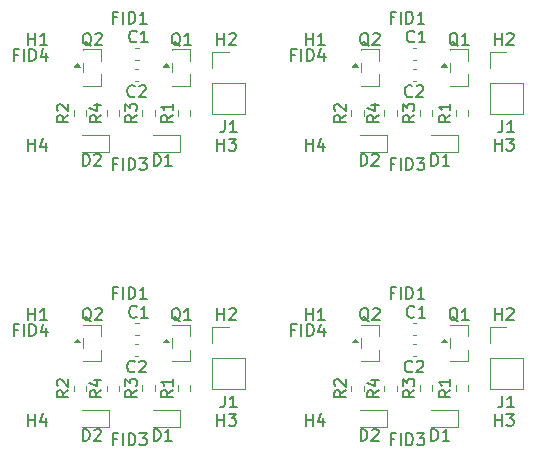
<source format=gbr>
%TF.GenerationSoftware,KiCad,Pcbnew,9.0.5*%
%TF.CreationDate,2025-10-24T18:10:23+02:00*%
%TF.ProjectId,panel,70616e65-6c2e-46b6-9963-61645f706362,rev?*%
%TF.SameCoordinates,Original*%
%TF.FileFunction,Legend,Top*%
%TF.FilePolarity,Positive*%
%FSLAX46Y46*%
G04 Gerber Fmt 4.6, Leading zero omitted, Abs format (unit mm)*
G04 Created by KiCad (PCBNEW 9.0.5) date 2025-10-24 18:10:23*
%MOMM*%
%LPD*%
G01*
G04 APERTURE LIST*
%ADD10C,0.150000*%
%ADD11C,0.120000*%
G04 APERTURE END LIST*
D10*
X160674819Y-55841666D02*
X160198628Y-56174999D01*
X160674819Y-56413094D02*
X159674819Y-56413094D01*
X159674819Y-56413094D02*
X159674819Y-56032142D01*
X159674819Y-56032142D02*
X159722438Y-55936904D01*
X159722438Y-55936904D02*
X159770057Y-55889285D01*
X159770057Y-55889285D02*
X159865295Y-55841666D01*
X159865295Y-55841666D02*
X160008152Y-55841666D01*
X160008152Y-55841666D02*
X160103390Y-55889285D01*
X160103390Y-55889285D02*
X160151009Y-55936904D01*
X160151009Y-55936904D02*
X160198628Y-56032142D01*
X160198628Y-56032142D02*
X160198628Y-56413094D01*
X159674819Y-55508332D02*
X159674819Y-54889285D01*
X159674819Y-54889285D02*
X160055771Y-55222618D01*
X160055771Y-55222618D02*
X160055771Y-55079761D01*
X160055771Y-55079761D02*
X160103390Y-54984523D01*
X160103390Y-54984523D02*
X160151009Y-54936904D01*
X160151009Y-54936904D02*
X160246247Y-54889285D01*
X160246247Y-54889285D02*
X160484342Y-54889285D01*
X160484342Y-54889285D02*
X160579580Y-54936904D01*
X160579580Y-54936904D02*
X160627200Y-54984523D01*
X160627200Y-54984523D02*
X160674819Y-55079761D01*
X160674819Y-55079761D02*
X160674819Y-55365475D01*
X160674819Y-55365475D02*
X160627200Y-55460713D01*
X160627200Y-55460713D02*
X160579580Y-55508332D01*
X133309998Y-26700057D02*
X133214760Y-26652438D01*
X133214760Y-26652438D02*
X133119522Y-26557200D01*
X133119522Y-26557200D02*
X132976665Y-26414342D01*
X132976665Y-26414342D02*
X132881427Y-26366723D01*
X132881427Y-26366723D02*
X132786189Y-26366723D01*
X132833808Y-26604819D02*
X132738570Y-26557200D01*
X132738570Y-26557200D02*
X132643332Y-26461961D01*
X132643332Y-26461961D02*
X132595713Y-26271485D01*
X132595713Y-26271485D02*
X132595713Y-25938152D01*
X132595713Y-25938152D02*
X132643332Y-25747676D01*
X132643332Y-25747676D02*
X132738570Y-25652438D01*
X132738570Y-25652438D02*
X132833808Y-25604819D01*
X132833808Y-25604819D02*
X133024284Y-25604819D01*
X133024284Y-25604819D02*
X133119522Y-25652438D01*
X133119522Y-25652438D02*
X133214760Y-25747676D01*
X133214760Y-25747676D02*
X133262379Y-25938152D01*
X133262379Y-25938152D02*
X133262379Y-26271485D01*
X133262379Y-26271485D02*
X133214760Y-26461961D01*
X133214760Y-26461961D02*
X133119522Y-26557200D01*
X133119522Y-26557200D02*
X133024284Y-26604819D01*
X133024284Y-26604819D02*
X132833808Y-26604819D01*
X133643332Y-25700057D02*
X133690951Y-25652438D01*
X133690951Y-25652438D02*
X133786189Y-25604819D01*
X133786189Y-25604819D02*
X134024284Y-25604819D01*
X134024284Y-25604819D02*
X134119522Y-25652438D01*
X134119522Y-25652438D02*
X134167141Y-25700057D01*
X134167141Y-25700057D02*
X134214760Y-25795295D01*
X134214760Y-25795295D02*
X134214760Y-25890533D01*
X134214760Y-25890533D02*
X134167141Y-26033390D01*
X134167141Y-26033390D02*
X133595713Y-26604819D01*
X133595713Y-26604819D02*
X134214760Y-26604819D01*
X151488095Y-49904819D02*
X151488095Y-48904819D01*
X151488095Y-49381009D02*
X152059523Y-49381009D01*
X152059523Y-49904819D02*
X152059523Y-48904819D01*
X153059523Y-49904819D02*
X152488095Y-49904819D01*
X152773809Y-49904819D02*
X152773809Y-48904819D01*
X152773809Y-48904819D02*
X152678571Y-49047676D01*
X152678571Y-49047676D02*
X152583333Y-49142914D01*
X152583333Y-49142914D02*
X152488095Y-49190533D01*
X156817261Y-26700057D02*
X156722023Y-26652438D01*
X156722023Y-26652438D02*
X156626785Y-26557200D01*
X156626785Y-26557200D02*
X156483928Y-26414342D01*
X156483928Y-26414342D02*
X156388690Y-26366723D01*
X156388690Y-26366723D02*
X156293452Y-26366723D01*
X156341071Y-26604819D02*
X156245833Y-26557200D01*
X156245833Y-26557200D02*
X156150595Y-26461961D01*
X156150595Y-26461961D02*
X156102976Y-26271485D01*
X156102976Y-26271485D02*
X156102976Y-25938152D01*
X156102976Y-25938152D02*
X156150595Y-25747676D01*
X156150595Y-25747676D02*
X156245833Y-25652438D01*
X156245833Y-25652438D02*
X156341071Y-25604819D01*
X156341071Y-25604819D02*
X156531547Y-25604819D01*
X156531547Y-25604819D02*
X156626785Y-25652438D01*
X156626785Y-25652438D02*
X156722023Y-25747676D01*
X156722023Y-25747676D02*
X156769642Y-25938152D01*
X156769642Y-25938152D02*
X156769642Y-26271485D01*
X156769642Y-26271485D02*
X156722023Y-26461961D01*
X156722023Y-26461961D02*
X156626785Y-26557200D01*
X156626785Y-26557200D02*
X156531547Y-26604819D01*
X156531547Y-26604819D02*
X156341071Y-26604819D01*
X157150595Y-25700057D02*
X157198214Y-25652438D01*
X157198214Y-25652438D02*
X157293452Y-25604819D01*
X157293452Y-25604819D02*
X157531547Y-25604819D01*
X157531547Y-25604819D02*
X157626785Y-25652438D01*
X157626785Y-25652438D02*
X157674404Y-25700057D01*
X157674404Y-25700057D02*
X157722023Y-25795295D01*
X157722023Y-25795295D02*
X157722023Y-25890533D01*
X157722023Y-25890533D02*
X157674404Y-26033390D01*
X157674404Y-26033390D02*
X157102976Y-26604819D01*
X157102976Y-26604819D02*
X157722023Y-26604819D01*
X150578571Y-50731009D02*
X150245238Y-50731009D01*
X150245238Y-51254819D02*
X150245238Y-50254819D01*
X150245238Y-50254819D02*
X150721428Y-50254819D01*
X151102381Y-51254819D02*
X151102381Y-50254819D01*
X151578571Y-51254819D02*
X151578571Y-50254819D01*
X151578571Y-50254819D02*
X151816666Y-50254819D01*
X151816666Y-50254819D02*
X151959523Y-50302438D01*
X151959523Y-50302438D02*
X152054761Y-50397676D01*
X152054761Y-50397676D02*
X152102380Y-50492914D01*
X152102380Y-50492914D02*
X152149999Y-50683390D01*
X152149999Y-50683390D02*
X152149999Y-50826247D01*
X152149999Y-50826247D02*
X152102380Y-51016723D01*
X152102380Y-51016723D02*
X152054761Y-51111961D01*
X152054761Y-51111961D02*
X151959523Y-51207200D01*
X151959523Y-51207200D02*
X151816666Y-51254819D01*
X151816666Y-51254819D02*
X151578571Y-51254819D01*
X153007142Y-50588152D02*
X153007142Y-51254819D01*
X152769047Y-50207200D02*
X152530952Y-50921485D01*
X152530952Y-50921485D02*
X153149999Y-50921485D01*
X143980832Y-58854819D02*
X143980832Y-57854819D01*
X143980832Y-58331009D02*
X144552260Y-58331009D01*
X144552260Y-58854819D02*
X144552260Y-57854819D01*
X144933213Y-57854819D02*
X145552260Y-57854819D01*
X145552260Y-57854819D02*
X145218927Y-58235771D01*
X145218927Y-58235771D02*
X145361784Y-58235771D01*
X145361784Y-58235771D02*
X145457022Y-58283390D01*
X145457022Y-58283390D02*
X145504641Y-58331009D01*
X145504641Y-58331009D02*
X145552260Y-58426247D01*
X145552260Y-58426247D02*
X145552260Y-58664342D01*
X145552260Y-58664342D02*
X145504641Y-58759580D01*
X145504641Y-58759580D02*
X145457022Y-58807200D01*
X145457022Y-58807200D02*
X145361784Y-58854819D01*
X145361784Y-58854819D02*
X145076070Y-58854819D01*
X145076070Y-58854819D02*
X144980832Y-58807200D01*
X144980832Y-58807200D02*
X144933213Y-58759580D01*
X134167556Y-55866666D02*
X133691365Y-56199999D01*
X134167556Y-56438094D02*
X133167556Y-56438094D01*
X133167556Y-56438094D02*
X133167556Y-56057142D01*
X133167556Y-56057142D02*
X133215175Y-55961904D01*
X133215175Y-55961904D02*
X133262794Y-55914285D01*
X133262794Y-55914285D02*
X133358032Y-55866666D01*
X133358032Y-55866666D02*
X133500889Y-55866666D01*
X133500889Y-55866666D02*
X133596127Y-55914285D01*
X133596127Y-55914285D02*
X133643746Y-55961904D01*
X133643746Y-55961904D02*
X133691365Y-56057142D01*
X133691365Y-56057142D02*
X133691365Y-56438094D01*
X133500889Y-55009523D02*
X134167556Y-55009523D01*
X133119937Y-55247618D02*
X133834222Y-55485713D01*
X133834222Y-55485713D02*
X133834222Y-54866666D01*
X158978571Y-59981009D02*
X158645238Y-59981009D01*
X158645238Y-60504819D02*
X158645238Y-59504819D01*
X158645238Y-59504819D02*
X159121428Y-59504819D01*
X159502381Y-60504819D02*
X159502381Y-59504819D01*
X159978571Y-60504819D02*
X159978571Y-59504819D01*
X159978571Y-59504819D02*
X160216666Y-59504819D01*
X160216666Y-59504819D02*
X160359523Y-59552438D01*
X160359523Y-59552438D02*
X160454761Y-59647676D01*
X160454761Y-59647676D02*
X160502380Y-59742914D01*
X160502380Y-59742914D02*
X160549999Y-59933390D01*
X160549999Y-59933390D02*
X160549999Y-60076247D01*
X160549999Y-60076247D02*
X160502380Y-60266723D01*
X160502380Y-60266723D02*
X160454761Y-60361961D01*
X160454761Y-60361961D02*
X160359523Y-60457200D01*
X160359523Y-60457200D02*
X160216666Y-60504819D01*
X160216666Y-60504819D02*
X159978571Y-60504819D01*
X160883333Y-59504819D02*
X161502380Y-59504819D01*
X161502380Y-59504819D02*
X161169047Y-59885771D01*
X161169047Y-59885771D02*
X161311904Y-59885771D01*
X161311904Y-59885771D02*
X161407142Y-59933390D01*
X161407142Y-59933390D02*
X161454761Y-59981009D01*
X161454761Y-59981009D02*
X161502380Y-60076247D01*
X161502380Y-60076247D02*
X161502380Y-60314342D01*
X161502380Y-60314342D02*
X161454761Y-60409580D01*
X161454761Y-60409580D02*
X161407142Y-60457200D01*
X161407142Y-60457200D02*
X161311904Y-60504819D01*
X161311904Y-60504819D02*
X161026190Y-60504819D01*
X161026190Y-60504819D02*
X160930952Y-60457200D01*
X160930952Y-60457200D02*
X160883333Y-60409580D01*
X158978571Y-47581009D02*
X158645238Y-47581009D01*
X158645238Y-48104819D02*
X158645238Y-47104819D01*
X158645238Y-47104819D02*
X159121428Y-47104819D01*
X159502381Y-48104819D02*
X159502381Y-47104819D01*
X159978571Y-48104819D02*
X159978571Y-47104819D01*
X159978571Y-47104819D02*
X160216666Y-47104819D01*
X160216666Y-47104819D02*
X160359523Y-47152438D01*
X160359523Y-47152438D02*
X160454761Y-47247676D01*
X160454761Y-47247676D02*
X160502380Y-47342914D01*
X160502380Y-47342914D02*
X160549999Y-47533390D01*
X160549999Y-47533390D02*
X160549999Y-47676247D01*
X160549999Y-47676247D02*
X160502380Y-47866723D01*
X160502380Y-47866723D02*
X160454761Y-47961961D01*
X160454761Y-47961961D02*
X160359523Y-48057200D01*
X160359523Y-48057200D02*
X160216666Y-48104819D01*
X160216666Y-48104819D02*
X159978571Y-48104819D01*
X161502380Y-48104819D02*
X160930952Y-48104819D01*
X161216666Y-48104819D02*
X161216666Y-47104819D01*
X161216666Y-47104819D02*
X161121428Y-47247676D01*
X161121428Y-47247676D02*
X161026190Y-47342914D01*
X161026190Y-47342914D02*
X160930952Y-47390533D01*
X162111905Y-36834819D02*
X162111905Y-35834819D01*
X162111905Y-35834819D02*
X162350000Y-35834819D01*
X162350000Y-35834819D02*
X162492857Y-35882438D01*
X162492857Y-35882438D02*
X162588095Y-35977676D01*
X162588095Y-35977676D02*
X162635714Y-36072914D01*
X162635714Y-36072914D02*
X162683333Y-36263390D01*
X162683333Y-36263390D02*
X162683333Y-36406247D01*
X162683333Y-36406247D02*
X162635714Y-36596723D01*
X162635714Y-36596723D02*
X162588095Y-36691961D01*
X162588095Y-36691961D02*
X162492857Y-36787200D01*
X162492857Y-36787200D02*
X162350000Y-36834819D01*
X162350000Y-36834819D02*
X162111905Y-36834819D01*
X163635714Y-36834819D02*
X163064286Y-36834819D01*
X163350000Y-36834819D02*
X163350000Y-35834819D01*
X163350000Y-35834819D02*
X163254762Y-35977676D01*
X163254762Y-35977676D02*
X163159524Y-36072914D01*
X163159524Y-36072914D02*
X163064286Y-36120533D01*
X144609403Y-56304819D02*
X144609403Y-57019104D01*
X144609403Y-57019104D02*
X144561784Y-57161961D01*
X144561784Y-57161961D02*
X144466546Y-57257200D01*
X144466546Y-57257200D02*
X144323689Y-57304819D01*
X144323689Y-57304819D02*
X144228451Y-57304819D01*
X145609403Y-57304819D02*
X145037975Y-57304819D01*
X145323689Y-57304819D02*
X145323689Y-56304819D01*
X145323689Y-56304819D02*
X145228451Y-56447676D01*
X145228451Y-56447676D02*
X145133213Y-56542914D01*
X145133213Y-56542914D02*
X145037975Y-56590533D01*
X157674819Y-32566666D02*
X157198628Y-32899999D01*
X157674819Y-33138094D02*
X156674819Y-33138094D01*
X156674819Y-33138094D02*
X156674819Y-32757142D01*
X156674819Y-32757142D02*
X156722438Y-32661904D01*
X156722438Y-32661904D02*
X156770057Y-32614285D01*
X156770057Y-32614285D02*
X156865295Y-32566666D01*
X156865295Y-32566666D02*
X157008152Y-32566666D01*
X157008152Y-32566666D02*
X157103390Y-32614285D01*
X157103390Y-32614285D02*
X157151009Y-32661904D01*
X157151009Y-32661904D02*
X157198628Y-32757142D01*
X157198628Y-32757142D02*
X157198628Y-33138094D01*
X157008152Y-31709523D02*
X157674819Y-31709523D01*
X156627200Y-31947618D02*
X157341485Y-32185713D01*
X157341485Y-32185713D02*
X157341485Y-31566666D01*
X164354761Y-50000057D02*
X164259523Y-49952438D01*
X164259523Y-49952438D02*
X164164285Y-49857200D01*
X164164285Y-49857200D02*
X164021428Y-49714342D01*
X164021428Y-49714342D02*
X163926190Y-49666723D01*
X163926190Y-49666723D02*
X163830952Y-49666723D01*
X163878571Y-49904819D02*
X163783333Y-49857200D01*
X163783333Y-49857200D02*
X163688095Y-49761961D01*
X163688095Y-49761961D02*
X163640476Y-49571485D01*
X163640476Y-49571485D02*
X163640476Y-49238152D01*
X163640476Y-49238152D02*
X163688095Y-49047676D01*
X163688095Y-49047676D02*
X163783333Y-48952438D01*
X163783333Y-48952438D02*
X163878571Y-48904819D01*
X163878571Y-48904819D02*
X164069047Y-48904819D01*
X164069047Y-48904819D02*
X164164285Y-48952438D01*
X164164285Y-48952438D02*
X164259523Y-49047676D01*
X164259523Y-49047676D02*
X164307142Y-49238152D01*
X164307142Y-49238152D02*
X164307142Y-49571485D01*
X164307142Y-49571485D02*
X164259523Y-49761961D01*
X164259523Y-49761961D02*
X164164285Y-49857200D01*
X164164285Y-49857200D02*
X164069047Y-49904819D01*
X164069047Y-49904819D02*
X163878571Y-49904819D01*
X165259523Y-49904819D02*
X164688095Y-49904819D01*
X164973809Y-49904819D02*
X164973809Y-48904819D01*
X164973809Y-48904819D02*
X164878571Y-49047676D01*
X164878571Y-49047676D02*
X164783333Y-49142914D01*
X164783333Y-49142914D02*
X164688095Y-49190533D01*
X160648913Y-26309580D02*
X160601294Y-26357200D01*
X160601294Y-26357200D02*
X160458437Y-26404819D01*
X160458437Y-26404819D02*
X160363199Y-26404819D01*
X160363199Y-26404819D02*
X160220342Y-26357200D01*
X160220342Y-26357200D02*
X160125104Y-26261961D01*
X160125104Y-26261961D02*
X160077485Y-26166723D01*
X160077485Y-26166723D02*
X160029866Y-25976247D01*
X160029866Y-25976247D02*
X160029866Y-25833390D01*
X160029866Y-25833390D02*
X160077485Y-25642914D01*
X160077485Y-25642914D02*
X160125104Y-25547676D01*
X160125104Y-25547676D02*
X160220342Y-25452438D01*
X160220342Y-25452438D02*
X160363199Y-25404819D01*
X160363199Y-25404819D02*
X160458437Y-25404819D01*
X160458437Y-25404819D02*
X160601294Y-25452438D01*
X160601294Y-25452438D02*
X160648913Y-25500057D01*
X161601294Y-26404819D02*
X161029866Y-26404819D01*
X161315580Y-26404819D02*
X161315580Y-25404819D01*
X161315580Y-25404819D02*
X161220342Y-25547676D01*
X161220342Y-25547676D02*
X161125104Y-25642914D01*
X161125104Y-25642914D02*
X161029866Y-25690533D01*
X127071308Y-50731009D02*
X126737975Y-50731009D01*
X126737975Y-51254819D02*
X126737975Y-50254819D01*
X126737975Y-50254819D02*
X127214165Y-50254819D01*
X127595118Y-51254819D02*
X127595118Y-50254819D01*
X128071308Y-51254819D02*
X128071308Y-50254819D01*
X128071308Y-50254819D02*
X128309403Y-50254819D01*
X128309403Y-50254819D02*
X128452260Y-50302438D01*
X128452260Y-50302438D02*
X128547498Y-50397676D01*
X128547498Y-50397676D02*
X128595117Y-50492914D01*
X128595117Y-50492914D02*
X128642736Y-50683390D01*
X128642736Y-50683390D02*
X128642736Y-50826247D01*
X128642736Y-50826247D02*
X128595117Y-51016723D01*
X128595117Y-51016723D02*
X128547498Y-51111961D01*
X128547498Y-51111961D02*
X128452260Y-51207200D01*
X128452260Y-51207200D02*
X128309403Y-51254819D01*
X128309403Y-51254819D02*
X128071308Y-51254819D01*
X129499879Y-50588152D02*
X129499879Y-51254819D01*
X129261784Y-50207200D02*
X129023689Y-50921485D01*
X129023689Y-50921485D02*
X129642736Y-50921485D01*
X143980832Y-35554819D02*
X143980832Y-34554819D01*
X143980832Y-35031009D02*
X144552260Y-35031009D01*
X144552260Y-35554819D02*
X144552260Y-34554819D01*
X144933213Y-34554819D02*
X145552260Y-34554819D01*
X145552260Y-34554819D02*
X145218927Y-34935771D01*
X145218927Y-34935771D02*
X145361784Y-34935771D01*
X145361784Y-34935771D02*
X145457022Y-34983390D01*
X145457022Y-34983390D02*
X145504641Y-35031009D01*
X145504641Y-35031009D02*
X145552260Y-35126247D01*
X145552260Y-35126247D02*
X145552260Y-35364342D01*
X145552260Y-35364342D02*
X145504641Y-35459580D01*
X145504641Y-35459580D02*
X145457022Y-35507200D01*
X145457022Y-35507200D02*
X145361784Y-35554819D01*
X145361784Y-35554819D02*
X145076070Y-35554819D01*
X145076070Y-35554819D02*
X144980832Y-35507200D01*
X144980832Y-35507200D02*
X144933213Y-35459580D01*
X140210878Y-32541666D02*
X139734687Y-32874999D01*
X140210878Y-33113094D02*
X139210878Y-33113094D01*
X139210878Y-33113094D02*
X139210878Y-32732142D01*
X139210878Y-32732142D02*
X139258497Y-32636904D01*
X139258497Y-32636904D02*
X139306116Y-32589285D01*
X139306116Y-32589285D02*
X139401354Y-32541666D01*
X139401354Y-32541666D02*
X139544211Y-32541666D01*
X139544211Y-32541666D02*
X139639449Y-32589285D01*
X139639449Y-32589285D02*
X139687068Y-32636904D01*
X139687068Y-32636904D02*
X139734687Y-32732142D01*
X139734687Y-32732142D02*
X139734687Y-33113094D01*
X140210878Y-31589285D02*
X140210878Y-32160713D01*
X140210878Y-31874999D02*
X139210878Y-31874999D01*
X139210878Y-31874999D02*
X139353735Y-31970237D01*
X139353735Y-31970237D02*
X139448973Y-32065475D01*
X139448973Y-32065475D02*
X139496592Y-32160713D01*
X160483333Y-54239580D02*
X160435714Y-54287200D01*
X160435714Y-54287200D02*
X160292857Y-54334819D01*
X160292857Y-54334819D02*
X160197619Y-54334819D01*
X160197619Y-54334819D02*
X160054762Y-54287200D01*
X160054762Y-54287200D02*
X159959524Y-54191961D01*
X159959524Y-54191961D02*
X159911905Y-54096723D01*
X159911905Y-54096723D02*
X159864286Y-53906247D01*
X159864286Y-53906247D02*
X159864286Y-53763390D01*
X159864286Y-53763390D02*
X159911905Y-53572914D01*
X159911905Y-53572914D02*
X159959524Y-53477676D01*
X159959524Y-53477676D02*
X160054762Y-53382438D01*
X160054762Y-53382438D02*
X160197619Y-53334819D01*
X160197619Y-53334819D02*
X160292857Y-53334819D01*
X160292857Y-53334819D02*
X160435714Y-53382438D01*
X160435714Y-53382438D02*
X160483333Y-53430057D01*
X160864286Y-53430057D02*
X160911905Y-53382438D01*
X160911905Y-53382438D02*
X161007143Y-53334819D01*
X161007143Y-53334819D02*
X161245238Y-53334819D01*
X161245238Y-53334819D02*
X161340476Y-53382438D01*
X161340476Y-53382438D02*
X161388095Y-53430057D01*
X161388095Y-53430057D02*
X161435714Y-53525295D01*
X161435714Y-53525295D02*
X161435714Y-53620533D01*
X161435714Y-53620533D02*
X161388095Y-53763390D01*
X161388095Y-53763390D02*
X160816667Y-54334819D01*
X160816667Y-54334819D02*
X161435714Y-54334819D01*
X136976070Y-54239580D02*
X136928451Y-54287200D01*
X136928451Y-54287200D02*
X136785594Y-54334819D01*
X136785594Y-54334819D02*
X136690356Y-54334819D01*
X136690356Y-54334819D02*
X136547499Y-54287200D01*
X136547499Y-54287200D02*
X136452261Y-54191961D01*
X136452261Y-54191961D02*
X136404642Y-54096723D01*
X136404642Y-54096723D02*
X136357023Y-53906247D01*
X136357023Y-53906247D02*
X136357023Y-53763390D01*
X136357023Y-53763390D02*
X136404642Y-53572914D01*
X136404642Y-53572914D02*
X136452261Y-53477676D01*
X136452261Y-53477676D02*
X136547499Y-53382438D01*
X136547499Y-53382438D02*
X136690356Y-53334819D01*
X136690356Y-53334819D02*
X136785594Y-53334819D01*
X136785594Y-53334819D02*
X136928451Y-53382438D01*
X136928451Y-53382438D02*
X136976070Y-53430057D01*
X137357023Y-53430057D02*
X137404642Y-53382438D01*
X137404642Y-53382438D02*
X137499880Y-53334819D01*
X137499880Y-53334819D02*
X137737975Y-53334819D01*
X137737975Y-53334819D02*
X137833213Y-53382438D01*
X137833213Y-53382438D02*
X137880832Y-53430057D01*
X137880832Y-53430057D02*
X137928451Y-53525295D01*
X137928451Y-53525295D02*
X137928451Y-53620533D01*
X137928451Y-53620533D02*
X137880832Y-53763390D01*
X137880832Y-53763390D02*
X137309404Y-54334819D01*
X137309404Y-54334819D02*
X137928451Y-54334819D01*
X135471308Y-47581009D02*
X135137975Y-47581009D01*
X135137975Y-48104819D02*
X135137975Y-47104819D01*
X135137975Y-47104819D02*
X135614165Y-47104819D01*
X135995118Y-48104819D02*
X135995118Y-47104819D01*
X136471308Y-48104819D02*
X136471308Y-47104819D01*
X136471308Y-47104819D02*
X136709403Y-47104819D01*
X136709403Y-47104819D02*
X136852260Y-47152438D01*
X136852260Y-47152438D02*
X136947498Y-47247676D01*
X136947498Y-47247676D02*
X136995117Y-47342914D01*
X136995117Y-47342914D02*
X137042736Y-47533390D01*
X137042736Y-47533390D02*
X137042736Y-47676247D01*
X137042736Y-47676247D02*
X136995117Y-47866723D01*
X136995117Y-47866723D02*
X136947498Y-47961961D01*
X136947498Y-47961961D02*
X136852260Y-48057200D01*
X136852260Y-48057200D02*
X136709403Y-48104819D01*
X136709403Y-48104819D02*
X136471308Y-48104819D01*
X137995117Y-48104819D02*
X137423689Y-48104819D01*
X137709403Y-48104819D02*
X137709403Y-47104819D01*
X137709403Y-47104819D02*
X137614165Y-47247676D01*
X137614165Y-47247676D02*
X137518927Y-47342914D01*
X137518927Y-47342914D02*
X137423689Y-47390533D01*
X127980832Y-58854819D02*
X127980832Y-57854819D01*
X127980832Y-58331009D02*
X128552260Y-58331009D01*
X128552260Y-58854819D02*
X128552260Y-57854819D01*
X129457022Y-58188152D02*
X129457022Y-58854819D01*
X129218927Y-57807200D02*
X128980832Y-58521485D01*
X128980832Y-58521485D02*
X129599879Y-58521485D01*
X160648913Y-49609580D02*
X160601294Y-49657200D01*
X160601294Y-49657200D02*
X160458437Y-49704819D01*
X160458437Y-49704819D02*
X160363199Y-49704819D01*
X160363199Y-49704819D02*
X160220342Y-49657200D01*
X160220342Y-49657200D02*
X160125104Y-49561961D01*
X160125104Y-49561961D02*
X160077485Y-49466723D01*
X160077485Y-49466723D02*
X160029866Y-49276247D01*
X160029866Y-49276247D02*
X160029866Y-49133390D01*
X160029866Y-49133390D02*
X160077485Y-48942914D01*
X160077485Y-48942914D02*
X160125104Y-48847676D01*
X160125104Y-48847676D02*
X160220342Y-48752438D01*
X160220342Y-48752438D02*
X160363199Y-48704819D01*
X160363199Y-48704819D02*
X160458437Y-48704819D01*
X160458437Y-48704819D02*
X160601294Y-48752438D01*
X160601294Y-48752438D02*
X160648913Y-48800057D01*
X161601294Y-49704819D02*
X161029866Y-49704819D01*
X161315580Y-49704819D02*
X161315580Y-48704819D01*
X161315580Y-48704819D02*
X161220342Y-48847676D01*
X161220342Y-48847676D02*
X161125104Y-48942914D01*
X161125104Y-48942914D02*
X161029866Y-48990533D01*
X135471308Y-24281009D02*
X135137975Y-24281009D01*
X135137975Y-24804819D02*
X135137975Y-23804819D01*
X135137975Y-23804819D02*
X135614165Y-23804819D01*
X135995118Y-24804819D02*
X135995118Y-23804819D01*
X136471308Y-24804819D02*
X136471308Y-23804819D01*
X136471308Y-23804819D02*
X136709403Y-23804819D01*
X136709403Y-23804819D02*
X136852260Y-23852438D01*
X136852260Y-23852438D02*
X136947498Y-23947676D01*
X136947498Y-23947676D02*
X136995117Y-24042914D01*
X136995117Y-24042914D02*
X137042736Y-24233390D01*
X137042736Y-24233390D02*
X137042736Y-24376247D01*
X137042736Y-24376247D02*
X136995117Y-24566723D01*
X136995117Y-24566723D02*
X136947498Y-24661961D01*
X136947498Y-24661961D02*
X136852260Y-24757200D01*
X136852260Y-24757200D02*
X136709403Y-24804819D01*
X136709403Y-24804819D02*
X136471308Y-24804819D01*
X137995117Y-24804819D02*
X137423689Y-24804819D01*
X137709403Y-24804819D02*
X137709403Y-23804819D01*
X137709403Y-23804819D02*
X137614165Y-23947676D01*
X137614165Y-23947676D02*
X137518927Y-24042914D01*
X137518927Y-24042914D02*
X137423689Y-24090533D01*
X140847498Y-50000057D02*
X140752260Y-49952438D01*
X140752260Y-49952438D02*
X140657022Y-49857200D01*
X140657022Y-49857200D02*
X140514165Y-49714342D01*
X140514165Y-49714342D02*
X140418927Y-49666723D01*
X140418927Y-49666723D02*
X140323689Y-49666723D01*
X140371308Y-49904819D02*
X140276070Y-49857200D01*
X140276070Y-49857200D02*
X140180832Y-49761961D01*
X140180832Y-49761961D02*
X140133213Y-49571485D01*
X140133213Y-49571485D02*
X140133213Y-49238152D01*
X140133213Y-49238152D02*
X140180832Y-49047676D01*
X140180832Y-49047676D02*
X140276070Y-48952438D01*
X140276070Y-48952438D02*
X140371308Y-48904819D01*
X140371308Y-48904819D02*
X140561784Y-48904819D01*
X140561784Y-48904819D02*
X140657022Y-48952438D01*
X140657022Y-48952438D02*
X140752260Y-49047676D01*
X140752260Y-49047676D02*
X140799879Y-49238152D01*
X140799879Y-49238152D02*
X140799879Y-49571485D01*
X140799879Y-49571485D02*
X140752260Y-49761961D01*
X140752260Y-49761961D02*
X140657022Y-49857200D01*
X140657022Y-49857200D02*
X140561784Y-49904819D01*
X140561784Y-49904819D02*
X140371308Y-49904819D01*
X141752260Y-49904819D02*
X141180832Y-49904819D01*
X141466546Y-49904819D02*
X141466546Y-48904819D01*
X141466546Y-48904819D02*
X141371308Y-49047676D01*
X141371308Y-49047676D02*
X141276070Y-49142914D01*
X141276070Y-49142914D02*
X141180832Y-49190533D01*
X127980832Y-35554819D02*
X127980832Y-34554819D01*
X127980832Y-35031009D02*
X128552260Y-35031009D01*
X128552260Y-35554819D02*
X128552260Y-34554819D01*
X129457022Y-34888152D02*
X129457022Y-35554819D01*
X129218927Y-34507200D02*
X128980832Y-35221485D01*
X128980832Y-35221485D02*
X129599879Y-35221485D01*
X137167556Y-32541666D02*
X136691365Y-32874999D01*
X137167556Y-33113094D02*
X136167556Y-33113094D01*
X136167556Y-33113094D02*
X136167556Y-32732142D01*
X136167556Y-32732142D02*
X136215175Y-32636904D01*
X136215175Y-32636904D02*
X136262794Y-32589285D01*
X136262794Y-32589285D02*
X136358032Y-32541666D01*
X136358032Y-32541666D02*
X136500889Y-32541666D01*
X136500889Y-32541666D02*
X136596127Y-32589285D01*
X136596127Y-32589285D02*
X136643746Y-32636904D01*
X136643746Y-32636904D02*
X136691365Y-32732142D01*
X136691365Y-32732142D02*
X136691365Y-33113094D01*
X136167556Y-32208332D02*
X136167556Y-31589285D01*
X136167556Y-31589285D02*
X136548508Y-31922618D01*
X136548508Y-31922618D02*
X136548508Y-31779761D01*
X136548508Y-31779761D02*
X136596127Y-31684523D01*
X136596127Y-31684523D02*
X136643746Y-31636904D01*
X136643746Y-31636904D02*
X136738984Y-31589285D01*
X136738984Y-31589285D02*
X136977079Y-31589285D01*
X136977079Y-31589285D02*
X137072317Y-31636904D01*
X137072317Y-31636904D02*
X137119937Y-31684523D01*
X137119937Y-31684523D02*
X137167556Y-31779761D01*
X137167556Y-31779761D02*
X137167556Y-32065475D01*
X137167556Y-32065475D02*
X137119937Y-32160713D01*
X137119937Y-32160713D02*
X137072317Y-32208332D01*
X132604642Y-36834819D02*
X132604642Y-35834819D01*
X132604642Y-35834819D02*
X132842737Y-35834819D01*
X132842737Y-35834819D02*
X132985594Y-35882438D01*
X132985594Y-35882438D02*
X133080832Y-35977676D01*
X133080832Y-35977676D02*
X133128451Y-36072914D01*
X133128451Y-36072914D02*
X133176070Y-36263390D01*
X133176070Y-36263390D02*
X133176070Y-36406247D01*
X133176070Y-36406247D02*
X133128451Y-36596723D01*
X133128451Y-36596723D02*
X133080832Y-36691961D01*
X133080832Y-36691961D02*
X132985594Y-36787200D01*
X132985594Y-36787200D02*
X132842737Y-36834819D01*
X132842737Y-36834819D02*
X132604642Y-36834819D01*
X133557023Y-35930057D02*
X133604642Y-35882438D01*
X133604642Y-35882438D02*
X133699880Y-35834819D01*
X133699880Y-35834819D02*
X133937975Y-35834819D01*
X133937975Y-35834819D02*
X134033213Y-35882438D01*
X134033213Y-35882438D02*
X134080832Y-35930057D01*
X134080832Y-35930057D02*
X134128451Y-36025295D01*
X134128451Y-36025295D02*
X134128451Y-36120533D01*
X134128451Y-36120533D02*
X134080832Y-36263390D01*
X134080832Y-36263390D02*
X133509404Y-36834819D01*
X133509404Y-36834819D02*
X134128451Y-36834819D01*
X137141650Y-26309580D02*
X137094031Y-26357200D01*
X137094031Y-26357200D02*
X136951174Y-26404819D01*
X136951174Y-26404819D02*
X136855936Y-26404819D01*
X136855936Y-26404819D02*
X136713079Y-26357200D01*
X136713079Y-26357200D02*
X136617841Y-26261961D01*
X136617841Y-26261961D02*
X136570222Y-26166723D01*
X136570222Y-26166723D02*
X136522603Y-25976247D01*
X136522603Y-25976247D02*
X136522603Y-25833390D01*
X136522603Y-25833390D02*
X136570222Y-25642914D01*
X136570222Y-25642914D02*
X136617841Y-25547676D01*
X136617841Y-25547676D02*
X136713079Y-25452438D01*
X136713079Y-25452438D02*
X136855936Y-25404819D01*
X136855936Y-25404819D02*
X136951174Y-25404819D01*
X136951174Y-25404819D02*
X137094031Y-25452438D01*
X137094031Y-25452438D02*
X137141650Y-25500057D01*
X138094031Y-26404819D02*
X137522603Y-26404819D01*
X137808317Y-26404819D02*
X137808317Y-25404819D01*
X137808317Y-25404819D02*
X137713079Y-25547676D01*
X137713079Y-25547676D02*
X137617841Y-25642914D01*
X137617841Y-25642914D02*
X137522603Y-25690533D01*
X134167556Y-32566666D02*
X133691365Y-32899999D01*
X134167556Y-33138094D02*
X133167556Y-33138094D01*
X133167556Y-33138094D02*
X133167556Y-32757142D01*
X133167556Y-32757142D02*
X133215175Y-32661904D01*
X133215175Y-32661904D02*
X133262794Y-32614285D01*
X133262794Y-32614285D02*
X133358032Y-32566666D01*
X133358032Y-32566666D02*
X133500889Y-32566666D01*
X133500889Y-32566666D02*
X133596127Y-32614285D01*
X133596127Y-32614285D02*
X133643746Y-32661904D01*
X133643746Y-32661904D02*
X133691365Y-32757142D01*
X133691365Y-32757142D02*
X133691365Y-33138094D01*
X133500889Y-31709523D02*
X134167556Y-31709523D01*
X133119937Y-31947618D02*
X133834222Y-32185713D01*
X133834222Y-32185713D02*
X133834222Y-31566666D01*
X151488095Y-35554819D02*
X151488095Y-34554819D01*
X151488095Y-35031009D02*
X152059523Y-35031009D01*
X152059523Y-35554819D02*
X152059523Y-34554819D01*
X152964285Y-34888152D02*
X152964285Y-35554819D01*
X152726190Y-34507200D02*
X152488095Y-35221485D01*
X152488095Y-35221485D02*
X153107142Y-35221485D01*
X156111905Y-36834819D02*
X156111905Y-35834819D01*
X156111905Y-35834819D02*
X156350000Y-35834819D01*
X156350000Y-35834819D02*
X156492857Y-35882438D01*
X156492857Y-35882438D02*
X156588095Y-35977676D01*
X156588095Y-35977676D02*
X156635714Y-36072914D01*
X156635714Y-36072914D02*
X156683333Y-36263390D01*
X156683333Y-36263390D02*
X156683333Y-36406247D01*
X156683333Y-36406247D02*
X156635714Y-36596723D01*
X156635714Y-36596723D02*
X156588095Y-36691961D01*
X156588095Y-36691961D02*
X156492857Y-36787200D01*
X156492857Y-36787200D02*
X156350000Y-36834819D01*
X156350000Y-36834819D02*
X156111905Y-36834819D01*
X157064286Y-35930057D02*
X157111905Y-35882438D01*
X157111905Y-35882438D02*
X157207143Y-35834819D01*
X157207143Y-35834819D02*
X157445238Y-35834819D01*
X157445238Y-35834819D02*
X157540476Y-35882438D01*
X157540476Y-35882438D02*
X157588095Y-35930057D01*
X157588095Y-35930057D02*
X157635714Y-36025295D01*
X157635714Y-36025295D02*
X157635714Y-36120533D01*
X157635714Y-36120533D02*
X157588095Y-36263390D01*
X157588095Y-36263390D02*
X157016667Y-36834819D01*
X157016667Y-36834819D02*
X157635714Y-36834819D01*
X131367556Y-32566666D02*
X130891365Y-32899999D01*
X131367556Y-33138094D02*
X130367556Y-33138094D01*
X130367556Y-33138094D02*
X130367556Y-32757142D01*
X130367556Y-32757142D02*
X130415175Y-32661904D01*
X130415175Y-32661904D02*
X130462794Y-32614285D01*
X130462794Y-32614285D02*
X130558032Y-32566666D01*
X130558032Y-32566666D02*
X130700889Y-32566666D01*
X130700889Y-32566666D02*
X130796127Y-32614285D01*
X130796127Y-32614285D02*
X130843746Y-32661904D01*
X130843746Y-32661904D02*
X130891365Y-32757142D01*
X130891365Y-32757142D02*
X130891365Y-33138094D01*
X130462794Y-32185713D02*
X130415175Y-32138094D01*
X130415175Y-32138094D02*
X130367556Y-32042856D01*
X130367556Y-32042856D02*
X130367556Y-31804761D01*
X130367556Y-31804761D02*
X130415175Y-31709523D01*
X130415175Y-31709523D02*
X130462794Y-31661904D01*
X130462794Y-31661904D02*
X130558032Y-31614285D01*
X130558032Y-31614285D02*
X130653270Y-31614285D01*
X130653270Y-31614285D02*
X130796127Y-31661904D01*
X130796127Y-31661904D02*
X131367556Y-32233332D01*
X131367556Y-32233332D02*
X131367556Y-31614285D01*
X163718141Y-55841666D02*
X163241950Y-56174999D01*
X163718141Y-56413094D02*
X162718141Y-56413094D01*
X162718141Y-56413094D02*
X162718141Y-56032142D01*
X162718141Y-56032142D02*
X162765760Y-55936904D01*
X162765760Y-55936904D02*
X162813379Y-55889285D01*
X162813379Y-55889285D02*
X162908617Y-55841666D01*
X162908617Y-55841666D02*
X163051474Y-55841666D01*
X163051474Y-55841666D02*
X163146712Y-55889285D01*
X163146712Y-55889285D02*
X163194331Y-55936904D01*
X163194331Y-55936904D02*
X163241950Y-56032142D01*
X163241950Y-56032142D02*
X163241950Y-56413094D01*
X163718141Y-54889285D02*
X163718141Y-55460713D01*
X163718141Y-55174999D02*
X162718141Y-55174999D01*
X162718141Y-55174999D02*
X162860998Y-55270237D01*
X162860998Y-55270237D02*
X162956236Y-55365475D01*
X162956236Y-55365475D02*
X163003855Y-55460713D01*
X138604642Y-36834819D02*
X138604642Y-35834819D01*
X138604642Y-35834819D02*
X138842737Y-35834819D01*
X138842737Y-35834819D02*
X138985594Y-35882438D01*
X138985594Y-35882438D02*
X139080832Y-35977676D01*
X139080832Y-35977676D02*
X139128451Y-36072914D01*
X139128451Y-36072914D02*
X139176070Y-36263390D01*
X139176070Y-36263390D02*
X139176070Y-36406247D01*
X139176070Y-36406247D02*
X139128451Y-36596723D01*
X139128451Y-36596723D02*
X139080832Y-36691961D01*
X139080832Y-36691961D02*
X138985594Y-36787200D01*
X138985594Y-36787200D02*
X138842737Y-36834819D01*
X138842737Y-36834819D02*
X138604642Y-36834819D01*
X140128451Y-36834819D02*
X139557023Y-36834819D01*
X139842737Y-36834819D02*
X139842737Y-35834819D01*
X139842737Y-35834819D02*
X139747499Y-35977676D01*
X139747499Y-35977676D02*
X139652261Y-36072914D01*
X139652261Y-36072914D02*
X139557023Y-36120533D01*
X135471308Y-36681009D02*
X135137975Y-36681009D01*
X135137975Y-37204819D02*
X135137975Y-36204819D01*
X135137975Y-36204819D02*
X135614165Y-36204819D01*
X135995118Y-37204819D02*
X135995118Y-36204819D01*
X136471308Y-37204819D02*
X136471308Y-36204819D01*
X136471308Y-36204819D02*
X136709403Y-36204819D01*
X136709403Y-36204819D02*
X136852260Y-36252438D01*
X136852260Y-36252438D02*
X136947498Y-36347676D01*
X136947498Y-36347676D02*
X136995117Y-36442914D01*
X136995117Y-36442914D02*
X137042736Y-36633390D01*
X137042736Y-36633390D02*
X137042736Y-36776247D01*
X137042736Y-36776247D02*
X136995117Y-36966723D01*
X136995117Y-36966723D02*
X136947498Y-37061961D01*
X136947498Y-37061961D02*
X136852260Y-37157200D01*
X136852260Y-37157200D02*
X136709403Y-37204819D01*
X136709403Y-37204819D02*
X136471308Y-37204819D01*
X137376070Y-36204819D02*
X137995117Y-36204819D01*
X137995117Y-36204819D02*
X137661784Y-36585771D01*
X137661784Y-36585771D02*
X137804641Y-36585771D01*
X137804641Y-36585771D02*
X137899879Y-36633390D01*
X137899879Y-36633390D02*
X137947498Y-36681009D01*
X137947498Y-36681009D02*
X137995117Y-36776247D01*
X137995117Y-36776247D02*
X137995117Y-37014342D01*
X137995117Y-37014342D02*
X137947498Y-37109580D01*
X137947498Y-37109580D02*
X137899879Y-37157200D01*
X137899879Y-37157200D02*
X137804641Y-37204819D01*
X137804641Y-37204819D02*
X137518927Y-37204819D01*
X137518927Y-37204819D02*
X137423689Y-37157200D01*
X137423689Y-37157200D02*
X137376070Y-37109580D01*
X167488095Y-49904819D02*
X167488095Y-48904819D01*
X167488095Y-49381009D02*
X168059523Y-49381009D01*
X168059523Y-49904819D02*
X168059523Y-48904819D01*
X168488095Y-49000057D02*
X168535714Y-48952438D01*
X168535714Y-48952438D02*
X168630952Y-48904819D01*
X168630952Y-48904819D02*
X168869047Y-48904819D01*
X168869047Y-48904819D02*
X168964285Y-48952438D01*
X168964285Y-48952438D02*
X169011904Y-49000057D01*
X169011904Y-49000057D02*
X169059523Y-49095295D01*
X169059523Y-49095295D02*
X169059523Y-49190533D01*
X169059523Y-49190533D02*
X169011904Y-49333390D01*
X169011904Y-49333390D02*
X168440476Y-49904819D01*
X168440476Y-49904819D02*
X169059523Y-49904819D01*
X136976070Y-30939580D02*
X136928451Y-30987200D01*
X136928451Y-30987200D02*
X136785594Y-31034819D01*
X136785594Y-31034819D02*
X136690356Y-31034819D01*
X136690356Y-31034819D02*
X136547499Y-30987200D01*
X136547499Y-30987200D02*
X136452261Y-30891961D01*
X136452261Y-30891961D02*
X136404642Y-30796723D01*
X136404642Y-30796723D02*
X136357023Y-30606247D01*
X136357023Y-30606247D02*
X136357023Y-30463390D01*
X136357023Y-30463390D02*
X136404642Y-30272914D01*
X136404642Y-30272914D02*
X136452261Y-30177676D01*
X136452261Y-30177676D02*
X136547499Y-30082438D01*
X136547499Y-30082438D02*
X136690356Y-30034819D01*
X136690356Y-30034819D02*
X136785594Y-30034819D01*
X136785594Y-30034819D02*
X136928451Y-30082438D01*
X136928451Y-30082438D02*
X136976070Y-30130057D01*
X137357023Y-30130057D02*
X137404642Y-30082438D01*
X137404642Y-30082438D02*
X137499880Y-30034819D01*
X137499880Y-30034819D02*
X137737975Y-30034819D01*
X137737975Y-30034819D02*
X137833213Y-30082438D01*
X137833213Y-30082438D02*
X137880832Y-30130057D01*
X137880832Y-30130057D02*
X137928451Y-30225295D01*
X137928451Y-30225295D02*
X137928451Y-30320533D01*
X137928451Y-30320533D02*
X137880832Y-30463390D01*
X137880832Y-30463390D02*
X137309404Y-31034819D01*
X137309404Y-31034819D02*
X137928451Y-31034819D01*
X137141650Y-49609580D02*
X137094031Y-49657200D01*
X137094031Y-49657200D02*
X136951174Y-49704819D01*
X136951174Y-49704819D02*
X136855936Y-49704819D01*
X136855936Y-49704819D02*
X136713079Y-49657200D01*
X136713079Y-49657200D02*
X136617841Y-49561961D01*
X136617841Y-49561961D02*
X136570222Y-49466723D01*
X136570222Y-49466723D02*
X136522603Y-49276247D01*
X136522603Y-49276247D02*
X136522603Y-49133390D01*
X136522603Y-49133390D02*
X136570222Y-48942914D01*
X136570222Y-48942914D02*
X136617841Y-48847676D01*
X136617841Y-48847676D02*
X136713079Y-48752438D01*
X136713079Y-48752438D02*
X136855936Y-48704819D01*
X136855936Y-48704819D02*
X136951174Y-48704819D01*
X136951174Y-48704819D02*
X137094031Y-48752438D01*
X137094031Y-48752438D02*
X137141650Y-48800057D01*
X138094031Y-49704819D02*
X137522603Y-49704819D01*
X137808317Y-49704819D02*
X137808317Y-48704819D01*
X137808317Y-48704819D02*
X137713079Y-48847676D01*
X137713079Y-48847676D02*
X137617841Y-48942914D01*
X137617841Y-48942914D02*
X137522603Y-48990533D01*
X143980832Y-26604819D02*
X143980832Y-25604819D01*
X143980832Y-26081009D02*
X144552260Y-26081009D01*
X144552260Y-26604819D02*
X144552260Y-25604819D01*
X144980832Y-25700057D02*
X145028451Y-25652438D01*
X145028451Y-25652438D02*
X145123689Y-25604819D01*
X145123689Y-25604819D02*
X145361784Y-25604819D01*
X145361784Y-25604819D02*
X145457022Y-25652438D01*
X145457022Y-25652438D02*
X145504641Y-25700057D01*
X145504641Y-25700057D02*
X145552260Y-25795295D01*
X145552260Y-25795295D02*
X145552260Y-25890533D01*
X145552260Y-25890533D02*
X145504641Y-26033390D01*
X145504641Y-26033390D02*
X144933213Y-26604819D01*
X144933213Y-26604819D02*
X145552260Y-26604819D01*
X167488095Y-26604819D02*
X167488095Y-25604819D01*
X167488095Y-26081009D02*
X168059523Y-26081009D01*
X168059523Y-26604819D02*
X168059523Y-25604819D01*
X168488095Y-25700057D02*
X168535714Y-25652438D01*
X168535714Y-25652438D02*
X168630952Y-25604819D01*
X168630952Y-25604819D02*
X168869047Y-25604819D01*
X168869047Y-25604819D02*
X168964285Y-25652438D01*
X168964285Y-25652438D02*
X169011904Y-25700057D01*
X169011904Y-25700057D02*
X169059523Y-25795295D01*
X169059523Y-25795295D02*
X169059523Y-25890533D01*
X169059523Y-25890533D02*
X169011904Y-26033390D01*
X169011904Y-26033390D02*
X168440476Y-26604819D01*
X168440476Y-26604819D02*
X169059523Y-26604819D01*
X144609403Y-33004819D02*
X144609403Y-33719104D01*
X144609403Y-33719104D02*
X144561784Y-33861961D01*
X144561784Y-33861961D02*
X144466546Y-33957200D01*
X144466546Y-33957200D02*
X144323689Y-34004819D01*
X144323689Y-34004819D02*
X144228451Y-34004819D01*
X145609403Y-34004819D02*
X145037975Y-34004819D01*
X145323689Y-34004819D02*
X145323689Y-33004819D01*
X145323689Y-33004819D02*
X145228451Y-33147676D01*
X145228451Y-33147676D02*
X145133213Y-33242914D01*
X145133213Y-33242914D02*
X145037975Y-33290533D01*
X127980832Y-26604819D02*
X127980832Y-25604819D01*
X127980832Y-26081009D02*
X128552260Y-26081009D01*
X128552260Y-26604819D02*
X128552260Y-25604819D01*
X129552260Y-26604819D02*
X128980832Y-26604819D01*
X129266546Y-26604819D02*
X129266546Y-25604819D01*
X129266546Y-25604819D02*
X129171308Y-25747676D01*
X129171308Y-25747676D02*
X129076070Y-25842914D01*
X129076070Y-25842914D02*
X128980832Y-25890533D01*
X157674819Y-55866666D02*
X157198628Y-56199999D01*
X157674819Y-56438094D02*
X156674819Y-56438094D01*
X156674819Y-56438094D02*
X156674819Y-56057142D01*
X156674819Y-56057142D02*
X156722438Y-55961904D01*
X156722438Y-55961904D02*
X156770057Y-55914285D01*
X156770057Y-55914285D02*
X156865295Y-55866666D01*
X156865295Y-55866666D02*
X157008152Y-55866666D01*
X157008152Y-55866666D02*
X157103390Y-55914285D01*
X157103390Y-55914285D02*
X157151009Y-55961904D01*
X157151009Y-55961904D02*
X157198628Y-56057142D01*
X157198628Y-56057142D02*
X157198628Y-56438094D01*
X157008152Y-55009523D02*
X157674819Y-55009523D01*
X156627200Y-55247618D02*
X157341485Y-55485713D01*
X157341485Y-55485713D02*
X157341485Y-54866666D01*
X154874819Y-55866666D02*
X154398628Y-56199999D01*
X154874819Y-56438094D02*
X153874819Y-56438094D01*
X153874819Y-56438094D02*
X153874819Y-56057142D01*
X153874819Y-56057142D02*
X153922438Y-55961904D01*
X153922438Y-55961904D02*
X153970057Y-55914285D01*
X153970057Y-55914285D02*
X154065295Y-55866666D01*
X154065295Y-55866666D02*
X154208152Y-55866666D01*
X154208152Y-55866666D02*
X154303390Y-55914285D01*
X154303390Y-55914285D02*
X154351009Y-55961904D01*
X154351009Y-55961904D02*
X154398628Y-56057142D01*
X154398628Y-56057142D02*
X154398628Y-56438094D01*
X153970057Y-55485713D02*
X153922438Y-55438094D01*
X153922438Y-55438094D02*
X153874819Y-55342856D01*
X153874819Y-55342856D02*
X153874819Y-55104761D01*
X153874819Y-55104761D02*
X153922438Y-55009523D01*
X153922438Y-55009523D02*
X153970057Y-54961904D01*
X153970057Y-54961904D02*
X154065295Y-54914285D01*
X154065295Y-54914285D02*
X154160533Y-54914285D01*
X154160533Y-54914285D02*
X154303390Y-54961904D01*
X154303390Y-54961904D02*
X154874819Y-55533332D01*
X154874819Y-55533332D02*
X154874819Y-54914285D01*
X137167556Y-55841666D02*
X136691365Y-56174999D01*
X137167556Y-56413094D02*
X136167556Y-56413094D01*
X136167556Y-56413094D02*
X136167556Y-56032142D01*
X136167556Y-56032142D02*
X136215175Y-55936904D01*
X136215175Y-55936904D02*
X136262794Y-55889285D01*
X136262794Y-55889285D02*
X136358032Y-55841666D01*
X136358032Y-55841666D02*
X136500889Y-55841666D01*
X136500889Y-55841666D02*
X136596127Y-55889285D01*
X136596127Y-55889285D02*
X136643746Y-55936904D01*
X136643746Y-55936904D02*
X136691365Y-56032142D01*
X136691365Y-56032142D02*
X136691365Y-56413094D01*
X136167556Y-55508332D02*
X136167556Y-54889285D01*
X136167556Y-54889285D02*
X136548508Y-55222618D01*
X136548508Y-55222618D02*
X136548508Y-55079761D01*
X136548508Y-55079761D02*
X136596127Y-54984523D01*
X136596127Y-54984523D02*
X136643746Y-54936904D01*
X136643746Y-54936904D02*
X136738984Y-54889285D01*
X136738984Y-54889285D02*
X136977079Y-54889285D01*
X136977079Y-54889285D02*
X137072317Y-54936904D01*
X137072317Y-54936904D02*
X137119937Y-54984523D01*
X137119937Y-54984523D02*
X137167556Y-55079761D01*
X137167556Y-55079761D02*
X137167556Y-55365475D01*
X137167556Y-55365475D02*
X137119937Y-55460713D01*
X137119937Y-55460713D02*
X137072317Y-55508332D01*
X156111905Y-60134819D02*
X156111905Y-59134819D01*
X156111905Y-59134819D02*
X156350000Y-59134819D01*
X156350000Y-59134819D02*
X156492857Y-59182438D01*
X156492857Y-59182438D02*
X156588095Y-59277676D01*
X156588095Y-59277676D02*
X156635714Y-59372914D01*
X156635714Y-59372914D02*
X156683333Y-59563390D01*
X156683333Y-59563390D02*
X156683333Y-59706247D01*
X156683333Y-59706247D02*
X156635714Y-59896723D01*
X156635714Y-59896723D02*
X156588095Y-59991961D01*
X156588095Y-59991961D02*
X156492857Y-60087200D01*
X156492857Y-60087200D02*
X156350000Y-60134819D01*
X156350000Y-60134819D02*
X156111905Y-60134819D01*
X157064286Y-59230057D02*
X157111905Y-59182438D01*
X157111905Y-59182438D02*
X157207143Y-59134819D01*
X157207143Y-59134819D02*
X157445238Y-59134819D01*
X157445238Y-59134819D02*
X157540476Y-59182438D01*
X157540476Y-59182438D02*
X157588095Y-59230057D01*
X157588095Y-59230057D02*
X157635714Y-59325295D01*
X157635714Y-59325295D02*
X157635714Y-59420533D01*
X157635714Y-59420533D02*
X157588095Y-59563390D01*
X157588095Y-59563390D02*
X157016667Y-60134819D01*
X157016667Y-60134819D02*
X157635714Y-60134819D01*
X135471308Y-59981009D02*
X135137975Y-59981009D01*
X135137975Y-60504819D02*
X135137975Y-59504819D01*
X135137975Y-59504819D02*
X135614165Y-59504819D01*
X135995118Y-60504819D02*
X135995118Y-59504819D01*
X136471308Y-60504819D02*
X136471308Y-59504819D01*
X136471308Y-59504819D02*
X136709403Y-59504819D01*
X136709403Y-59504819D02*
X136852260Y-59552438D01*
X136852260Y-59552438D02*
X136947498Y-59647676D01*
X136947498Y-59647676D02*
X136995117Y-59742914D01*
X136995117Y-59742914D02*
X137042736Y-59933390D01*
X137042736Y-59933390D02*
X137042736Y-60076247D01*
X137042736Y-60076247D02*
X136995117Y-60266723D01*
X136995117Y-60266723D02*
X136947498Y-60361961D01*
X136947498Y-60361961D02*
X136852260Y-60457200D01*
X136852260Y-60457200D02*
X136709403Y-60504819D01*
X136709403Y-60504819D02*
X136471308Y-60504819D01*
X137376070Y-59504819D02*
X137995117Y-59504819D01*
X137995117Y-59504819D02*
X137661784Y-59885771D01*
X137661784Y-59885771D02*
X137804641Y-59885771D01*
X137804641Y-59885771D02*
X137899879Y-59933390D01*
X137899879Y-59933390D02*
X137947498Y-59981009D01*
X137947498Y-59981009D02*
X137995117Y-60076247D01*
X137995117Y-60076247D02*
X137995117Y-60314342D01*
X137995117Y-60314342D02*
X137947498Y-60409580D01*
X137947498Y-60409580D02*
X137899879Y-60457200D01*
X137899879Y-60457200D02*
X137804641Y-60504819D01*
X137804641Y-60504819D02*
X137518927Y-60504819D01*
X137518927Y-60504819D02*
X137423689Y-60457200D01*
X137423689Y-60457200D02*
X137376070Y-60409580D01*
X150578571Y-27431009D02*
X150245238Y-27431009D01*
X150245238Y-27954819D02*
X150245238Y-26954819D01*
X150245238Y-26954819D02*
X150721428Y-26954819D01*
X151102381Y-27954819D02*
X151102381Y-26954819D01*
X151578571Y-27954819D02*
X151578571Y-26954819D01*
X151578571Y-26954819D02*
X151816666Y-26954819D01*
X151816666Y-26954819D02*
X151959523Y-27002438D01*
X151959523Y-27002438D02*
X152054761Y-27097676D01*
X152054761Y-27097676D02*
X152102380Y-27192914D01*
X152102380Y-27192914D02*
X152149999Y-27383390D01*
X152149999Y-27383390D02*
X152149999Y-27526247D01*
X152149999Y-27526247D02*
X152102380Y-27716723D01*
X152102380Y-27716723D02*
X152054761Y-27811961D01*
X152054761Y-27811961D02*
X151959523Y-27907200D01*
X151959523Y-27907200D02*
X151816666Y-27954819D01*
X151816666Y-27954819D02*
X151578571Y-27954819D01*
X153007142Y-27288152D02*
X153007142Y-27954819D01*
X152769047Y-26907200D02*
X152530952Y-27621485D01*
X152530952Y-27621485D02*
X153149999Y-27621485D01*
X138604642Y-60134819D02*
X138604642Y-59134819D01*
X138604642Y-59134819D02*
X138842737Y-59134819D01*
X138842737Y-59134819D02*
X138985594Y-59182438D01*
X138985594Y-59182438D02*
X139080832Y-59277676D01*
X139080832Y-59277676D02*
X139128451Y-59372914D01*
X139128451Y-59372914D02*
X139176070Y-59563390D01*
X139176070Y-59563390D02*
X139176070Y-59706247D01*
X139176070Y-59706247D02*
X139128451Y-59896723D01*
X139128451Y-59896723D02*
X139080832Y-59991961D01*
X139080832Y-59991961D02*
X138985594Y-60087200D01*
X138985594Y-60087200D02*
X138842737Y-60134819D01*
X138842737Y-60134819D02*
X138604642Y-60134819D01*
X140128451Y-60134819D02*
X139557023Y-60134819D01*
X139842737Y-60134819D02*
X139842737Y-59134819D01*
X139842737Y-59134819D02*
X139747499Y-59277676D01*
X139747499Y-59277676D02*
X139652261Y-59372914D01*
X139652261Y-59372914D02*
X139557023Y-59420533D01*
X154874819Y-32566666D02*
X154398628Y-32899999D01*
X154874819Y-33138094D02*
X153874819Y-33138094D01*
X153874819Y-33138094D02*
X153874819Y-32757142D01*
X153874819Y-32757142D02*
X153922438Y-32661904D01*
X153922438Y-32661904D02*
X153970057Y-32614285D01*
X153970057Y-32614285D02*
X154065295Y-32566666D01*
X154065295Y-32566666D02*
X154208152Y-32566666D01*
X154208152Y-32566666D02*
X154303390Y-32614285D01*
X154303390Y-32614285D02*
X154351009Y-32661904D01*
X154351009Y-32661904D02*
X154398628Y-32757142D01*
X154398628Y-32757142D02*
X154398628Y-33138094D01*
X153970057Y-32185713D02*
X153922438Y-32138094D01*
X153922438Y-32138094D02*
X153874819Y-32042856D01*
X153874819Y-32042856D02*
X153874819Y-31804761D01*
X153874819Y-31804761D02*
X153922438Y-31709523D01*
X153922438Y-31709523D02*
X153970057Y-31661904D01*
X153970057Y-31661904D02*
X154065295Y-31614285D01*
X154065295Y-31614285D02*
X154160533Y-31614285D01*
X154160533Y-31614285D02*
X154303390Y-31661904D01*
X154303390Y-31661904D02*
X154874819Y-32233332D01*
X154874819Y-32233332D02*
X154874819Y-31614285D01*
X132604642Y-60134819D02*
X132604642Y-59134819D01*
X132604642Y-59134819D02*
X132842737Y-59134819D01*
X132842737Y-59134819D02*
X132985594Y-59182438D01*
X132985594Y-59182438D02*
X133080832Y-59277676D01*
X133080832Y-59277676D02*
X133128451Y-59372914D01*
X133128451Y-59372914D02*
X133176070Y-59563390D01*
X133176070Y-59563390D02*
X133176070Y-59706247D01*
X133176070Y-59706247D02*
X133128451Y-59896723D01*
X133128451Y-59896723D02*
X133080832Y-59991961D01*
X133080832Y-59991961D02*
X132985594Y-60087200D01*
X132985594Y-60087200D02*
X132842737Y-60134819D01*
X132842737Y-60134819D02*
X132604642Y-60134819D01*
X133557023Y-59230057D02*
X133604642Y-59182438D01*
X133604642Y-59182438D02*
X133699880Y-59134819D01*
X133699880Y-59134819D02*
X133937975Y-59134819D01*
X133937975Y-59134819D02*
X134033213Y-59182438D01*
X134033213Y-59182438D02*
X134080832Y-59230057D01*
X134080832Y-59230057D02*
X134128451Y-59325295D01*
X134128451Y-59325295D02*
X134128451Y-59420533D01*
X134128451Y-59420533D02*
X134080832Y-59563390D01*
X134080832Y-59563390D02*
X133509404Y-60134819D01*
X133509404Y-60134819D02*
X134128451Y-60134819D01*
X164354761Y-26700057D02*
X164259523Y-26652438D01*
X164259523Y-26652438D02*
X164164285Y-26557200D01*
X164164285Y-26557200D02*
X164021428Y-26414342D01*
X164021428Y-26414342D02*
X163926190Y-26366723D01*
X163926190Y-26366723D02*
X163830952Y-26366723D01*
X163878571Y-26604819D02*
X163783333Y-26557200D01*
X163783333Y-26557200D02*
X163688095Y-26461961D01*
X163688095Y-26461961D02*
X163640476Y-26271485D01*
X163640476Y-26271485D02*
X163640476Y-25938152D01*
X163640476Y-25938152D02*
X163688095Y-25747676D01*
X163688095Y-25747676D02*
X163783333Y-25652438D01*
X163783333Y-25652438D02*
X163878571Y-25604819D01*
X163878571Y-25604819D02*
X164069047Y-25604819D01*
X164069047Y-25604819D02*
X164164285Y-25652438D01*
X164164285Y-25652438D02*
X164259523Y-25747676D01*
X164259523Y-25747676D02*
X164307142Y-25938152D01*
X164307142Y-25938152D02*
X164307142Y-26271485D01*
X164307142Y-26271485D02*
X164259523Y-26461961D01*
X164259523Y-26461961D02*
X164164285Y-26557200D01*
X164164285Y-26557200D02*
X164069047Y-26604819D01*
X164069047Y-26604819D02*
X163878571Y-26604819D01*
X165259523Y-26604819D02*
X164688095Y-26604819D01*
X164973809Y-26604819D02*
X164973809Y-25604819D01*
X164973809Y-25604819D02*
X164878571Y-25747676D01*
X164878571Y-25747676D02*
X164783333Y-25842914D01*
X164783333Y-25842914D02*
X164688095Y-25890533D01*
X160674819Y-32541666D02*
X160198628Y-32874999D01*
X160674819Y-33113094D02*
X159674819Y-33113094D01*
X159674819Y-33113094D02*
X159674819Y-32732142D01*
X159674819Y-32732142D02*
X159722438Y-32636904D01*
X159722438Y-32636904D02*
X159770057Y-32589285D01*
X159770057Y-32589285D02*
X159865295Y-32541666D01*
X159865295Y-32541666D02*
X160008152Y-32541666D01*
X160008152Y-32541666D02*
X160103390Y-32589285D01*
X160103390Y-32589285D02*
X160151009Y-32636904D01*
X160151009Y-32636904D02*
X160198628Y-32732142D01*
X160198628Y-32732142D02*
X160198628Y-33113094D01*
X159674819Y-32208332D02*
X159674819Y-31589285D01*
X159674819Y-31589285D02*
X160055771Y-31922618D01*
X160055771Y-31922618D02*
X160055771Y-31779761D01*
X160055771Y-31779761D02*
X160103390Y-31684523D01*
X160103390Y-31684523D02*
X160151009Y-31636904D01*
X160151009Y-31636904D02*
X160246247Y-31589285D01*
X160246247Y-31589285D02*
X160484342Y-31589285D01*
X160484342Y-31589285D02*
X160579580Y-31636904D01*
X160579580Y-31636904D02*
X160627200Y-31684523D01*
X160627200Y-31684523D02*
X160674819Y-31779761D01*
X160674819Y-31779761D02*
X160674819Y-32065475D01*
X160674819Y-32065475D02*
X160627200Y-32160713D01*
X160627200Y-32160713D02*
X160579580Y-32208332D01*
X158978571Y-36681009D02*
X158645238Y-36681009D01*
X158645238Y-37204819D02*
X158645238Y-36204819D01*
X158645238Y-36204819D02*
X159121428Y-36204819D01*
X159502381Y-37204819D02*
X159502381Y-36204819D01*
X159978571Y-37204819D02*
X159978571Y-36204819D01*
X159978571Y-36204819D02*
X160216666Y-36204819D01*
X160216666Y-36204819D02*
X160359523Y-36252438D01*
X160359523Y-36252438D02*
X160454761Y-36347676D01*
X160454761Y-36347676D02*
X160502380Y-36442914D01*
X160502380Y-36442914D02*
X160549999Y-36633390D01*
X160549999Y-36633390D02*
X160549999Y-36776247D01*
X160549999Y-36776247D02*
X160502380Y-36966723D01*
X160502380Y-36966723D02*
X160454761Y-37061961D01*
X160454761Y-37061961D02*
X160359523Y-37157200D01*
X160359523Y-37157200D02*
X160216666Y-37204819D01*
X160216666Y-37204819D02*
X159978571Y-37204819D01*
X160883333Y-36204819D02*
X161502380Y-36204819D01*
X161502380Y-36204819D02*
X161169047Y-36585771D01*
X161169047Y-36585771D02*
X161311904Y-36585771D01*
X161311904Y-36585771D02*
X161407142Y-36633390D01*
X161407142Y-36633390D02*
X161454761Y-36681009D01*
X161454761Y-36681009D02*
X161502380Y-36776247D01*
X161502380Y-36776247D02*
X161502380Y-37014342D01*
X161502380Y-37014342D02*
X161454761Y-37109580D01*
X161454761Y-37109580D02*
X161407142Y-37157200D01*
X161407142Y-37157200D02*
X161311904Y-37204819D01*
X161311904Y-37204819D02*
X161026190Y-37204819D01*
X161026190Y-37204819D02*
X160930952Y-37157200D01*
X160930952Y-37157200D02*
X160883333Y-37109580D01*
X140210878Y-55841666D02*
X139734687Y-56174999D01*
X140210878Y-56413094D02*
X139210878Y-56413094D01*
X139210878Y-56413094D02*
X139210878Y-56032142D01*
X139210878Y-56032142D02*
X139258497Y-55936904D01*
X139258497Y-55936904D02*
X139306116Y-55889285D01*
X139306116Y-55889285D02*
X139401354Y-55841666D01*
X139401354Y-55841666D02*
X139544211Y-55841666D01*
X139544211Y-55841666D02*
X139639449Y-55889285D01*
X139639449Y-55889285D02*
X139687068Y-55936904D01*
X139687068Y-55936904D02*
X139734687Y-56032142D01*
X139734687Y-56032142D02*
X139734687Y-56413094D01*
X140210878Y-54889285D02*
X140210878Y-55460713D01*
X140210878Y-55174999D02*
X139210878Y-55174999D01*
X139210878Y-55174999D02*
X139353735Y-55270237D01*
X139353735Y-55270237D02*
X139448973Y-55365475D01*
X139448973Y-55365475D02*
X139496592Y-55460713D01*
X143980832Y-49904819D02*
X143980832Y-48904819D01*
X143980832Y-49381009D02*
X144552260Y-49381009D01*
X144552260Y-49904819D02*
X144552260Y-48904819D01*
X144980832Y-49000057D02*
X145028451Y-48952438D01*
X145028451Y-48952438D02*
X145123689Y-48904819D01*
X145123689Y-48904819D02*
X145361784Y-48904819D01*
X145361784Y-48904819D02*
X145457022Y-48952438D01*
X145457022Y-48952438D02*
X145504641Y-49000057D01*
X145504641Y-49000057D02*
X145552260Y-49095295D01*
X145552260Y-49095295D02*
X145552260Y-49190533D01*
X145552260Y-49190533D02*
X145504641Y-49333390D01*
X145504641Y-49333390D02*
X144933213Y-49904819D01*
X144933213Y-49904819D02*
X145552260Y-49904819D01*
X160483333Y-30939580D02*
X160435714Y-30987200D01*
X160435714Y-30987200D02*
X160292857Y-31034819D01*
X160292857Y-31034819D02*
X160197619Y-31034819D01*
X160197619Y-31034819D02*
X160054762Y-30987200D01*
X160054762Y-30987200D02*
X159959524Y-30891961D01*
X159959524Y-30891961D02*
X159911905Y-30796723D01*
X159911905Y-30796723D02*
X159864286Y-30606247D01*
X159864286Y-30606247D02*
X159864286Y-30463390D01*
X159864286Y-30463390D02*
X159911905Y-30272914D01*
X159911905Y-30272914D02*
X159959524Y-30177676D01*
X159959524Y-30177676D02*
X160054762Y-30082438D01*
X160054762Y-30082438D02*
X160197619Y-30034819D01*
X160197619Y-30034819D02*
X160292857Y-30034819D01*
X160292857Y-30034819D02*
X160435714Y-30082438D01*
X160435714Y-30082438D02*
X160483333Y-30130057D01*
X160864286Y-30130057D02*
X160911905Y-30082438D01*
X160911905Y-30082438D02*
X161007143Y-30034819D01*
X161007143Y-30034819D02*
X161245238Y-30034819D01*
X161245238Y-30034819D02*
X161340476Y-30082438D01*
X161340476Y-30082438D02*
X161388095Y-30130057D01*
X161388095Y-30130057D02*
X161435714Y-30225295D01*
X161435714Y-30225295D02*
X161435714Y-30320533D01*
X161435714Y-30320533D02*
X161388095Y-30463390D01*
X161388095Y-30463390D02*
X160816667Y-31034819D01*
X160816667Y-31034819D02*
X161435714Y-31034819D01*
X167488095Y-58854819D02*
X167488095Y-57854819D01*
X167488095Y-58331009D02*
X168059523Y-58331009D01*
X168059523Y-58854819D02*
X168059523Y-57854819D01*
X168440476Y-57854819D02*
X169059523Y-57854819D01*
X169059523Y-57854819D02*
X168726190Y-58235771D01*
X168726190Y-58235771D02*
X168869047Y-58235771D01*
X168869047Y-58235771D02*
X168964285Y-58283390D01*
X168964285Y-58283390D02*
X169011904Y-58331009D01*
X169011904Y-58331009D02*
X169059523Y-58426247D01*
X169059523Y-58426247D02*
X169059523Y-58664342D01*
X169059523Y-58664342D02*
X169011904Y-58759580D01*
X169011904Y-58759580D02*
X168964285Y-58807200D01*
X168964285Y-58807200D02*
X168869047Y-58854819D01*
X168869047Y-58854819D02*
X168583333Y-58854819D01*
X168583333Y-58854819D02*
X168488095Y-58807200D01*
X168488095Y-58807200D02*
X168440476Y-58759580D01*
X162111905Y-60134819D02*
X162111905Y-59134819D01*
X162111905Y-59134819D02*
X162350000Y-59134819D01*
X162350000Y-59134819D02*
X162492857Y-59182438D01*
X162492857Y-59182438D02*
X162588095Y-59277676D01*
X162588095Y-59277676D02*
X162635714Y-59372914D01*
X162635714Y-59372914D02*
X162683333Y-59563390D01*
X162683333Y-59563390D02*
X162683333Y-59706247D01*
X162683333Y-59706247D02*
X162635714Y-59896723D01*
X162635714Y-59896723D02*
X162588095Y-59991961D01*
X162588095Y-59991961D02*
X162492857Y-60087200D01*
X162492857Y-60087200D02*
X162350000Y-60134819D01*
X162350000Y-60134819D02*
X162111905Y-60134819D01*
X163635714Y-60134819D02*
X163064286Y-60134819D01*
X163350000Y-60134819D02*
X163350000Y-59134819D01*
X163350000Y-59134819D02*
X163254762Y-59277676D01*
X163254762Y-59277676D02*
X163159524Y-59372914D01*
X163159524Y-59372914D02*
X163064286Y-59420533D01*
X168116666Y-33004819D02*
X168116666Y-33719104D01*
X168116666Y-33719104D02*
X168069047Y-33861961D01*
X168069047Y-33861961D02*
X167973809Y-33957200D01*
X167973809Y-33957200D02*
X167830952Y-34004819D01*
X167830952Y-34004819D02*
X167735714Y-34004819D01*
X169116666Y-34004819D02*
X168545238Y-34004819D01*
X168830952Y-34004819D02*
X168830952Y-33004819D01*
X168830952Y-33004819D02*
X168735714Y-33147676D01*
X168735714Y-33147676D02*
X168640476Y-33242914D01*
X168640476Y-33242914D02*
X168545238Y-33290533D01*
X151488095Y-58854819D02*
X151488095Y-57854819D01*
X151488095Y-58331009D02*
X152059523Y-58331009D01*
X152059523Y-58854819D02*
X152059523Y-57854819D01*
X152964285Y-58188152D02*
X152964285Y-58854819D01*
X152726190Y-57807200D02*
X152488095Y-58521485D01*
X152488095Y-58521485D02*
X153107142Y-58521485D01*
X163718141Y-32541666D02*
X163241950Y-32874999D01*
X163718141Y-33113094D02*
X162718141Y-33113094D01*
X162718141Y-33113094D02*
X162718141Y-32732142D01*
X162718141Y-32732142D02*
X162765760Y-32636904D01*
X162765760Y-32636904D02*
X162813379Y-32589285D01*
X162813379Y-32589285D02*
X162908617Y-32541666D01*
X162908617Y-32541666D02*
X163051474Y-32541666D01*
X163051474Y-32541666D02*
X163146712Y-32589285D01*
X163146712Y-32589285D02*
X163194331Y-32636904D01*
X163194331Y-32636904D02*
X163241950Y-32732142D01*
X163241950Y-32732142D02*
X163241950Y-33113094D01*
X163718141Y-31589285D02*
X163718141Y-32160713D01*
X163718141Y-31874999D02*
X162718141Y-31874999D01*
X162718141Y-31874999D02*
X162860998Y-31970237D01*
X162860998Y-31970237D02*
X162956236Y-32065475D01*
X162956236Y-32065475D02*
X163003855Y-32160713D01*
X140847498Y-26700057D02*
X140752260Y-26652438D01*
X140752260Y-26652438D02*
X140657022Y-26557200D01*
X140657022Y-26557200D02*
X140514165Y-26414342D01*
X140514165Y-26414342D02*
X140418927Y-26366723D01*
X140418927Y-26366723D02*
X140323689Y-26366723D01*
X140371308Y-26604819D02*
X140276070Y-26557200D01*
X140276070Y-26557200D02*
X140180832Y-26461961D01*
X140180832Y-26461961D02*
X140133213Y-26271485D01*
X140133213Y-26271485D02*
X140133213Y-25938152D01*
X140133213Y-25938152D02*
X140180832Y-25747676D01*
X140180832Y-25747676D02*
X140276070Y-25652438D01*
X140276070Y-25652438D02*
X140371308Y-25604819D01*
X140371308Y-25604819D02*
X140561784Y-25604819D01*
X140561784Y-25604819D02*
X140657022Y-25652438D01*
X140657022Y-25652438D02*
X140752260Y-25747676D01*
X140752260Y-25747676D02*
X140799879Y-25938152D01*
X140799879Y-25938152D02*
X140799879Y-26271485D01*
X140799879Y-26271485D02*
X140752260Y-26461961D01*
X140752260Y-26461961D02*
X140657022Y-26557200D01*
X140657022Y-26557200D02*
X140561784Y-26604819D01*
X140561784Y-26604819D02*
X140371308Y-26604819D01*
X141752260Y-26604819D02*
X141180832Y-26604819D01*
X141466546Y-26604819D02*
X141466546Y-25604819D01*
X141466546Y-25604819D02*
X141371308Y-25747676D01*
X141371308Y-25747676D02*
X141276070Y-25842914D01*
X141276070Y-25842914D02*
X141180832Y-25890533D01*
X127980832Y-49904819D02*
X127980832Y-48904819D01*
X127980832Y-49381009D02*
X128552260Y-49381009D01*
X128552260Y-49904819D02*
X128552260Y-48904819D01*
X129552260Y-49904819D02*
X128980832Y-49904819D01*
X129266546Y-49904819D02*
X129266546Y-48904819D01*
X129266546Y-48904819D02*
X129171308Y-49047676D01*
X129171308Y-49047676D02*
X129076070Y-49142914D01*
X129076070Y-49142914D02*
X128980832Y-49190533D01*
X158978571Y-24281009D02*
X158645238Y-24281009D01*
X158645238Y-24804819D02*
X158645238Y-23804819D01*
X158645238Y-23804819D02*
X159121428Y-23804819D01*
X159502381Y-24804819D02*
X159502381Y-23804819D01*
X159978571Y-24804819D02*
X159978571Y-23804819D01*
X159978571Y-23804819D02*
X160216666Y-23804819D01*
X160216666Y-23804819D02*
X160359523Y-23852438D01*
X160359523Y-23852438D02*
X160454761Y-23947676D01*
X160454761Y-23947676D02*
X160502380Y-24042914D01*
X160502380Y-24042914D02*
X160549999Y-24233390D01*
X160549999Y-24233390D02*
X160549999Y-24376247D01*
X160549999Y-24376247D02*
X160502380Y-24566723D01*
X160502380Y-24566723D02*
X160454761Y-24661961D01*
X160454761Y-24661961D02*
X160359523Y-24757200D01*
X160359523Y-24757200D02*
X160216666Y-24804819D01*
X160216666Y-24804819D02*
X159978571Y-24804819D01*
X161502380Y-24804819D02*
X160930952Y-24804819D01*
X161216666Y-24804819D02*
X161216666Y-23804819D01*
X161216666Y-23804819D02*
X161121428Y-23947676D01*
X161121428Y-23947676D02*
X161026190Y-24042914D01*
X161026190Y-24042914D02*
X160930952Y-24090533D01*
X151488095Y-26604819D02*
X151488095Y-25604819D01*
X151488095Y-26081009D02*
X152059523Y-26081009D01*
X152059523Y-26604819D02*
X152059523Y-25604819D01*
X153059523Y-26604819D02*
X152488095Y-26604819D01*
X152773809Y-26604819D02*
X152773809Y-25604819D01*
X152773809Y-25604819D02*
X152678571Y-25747676D01*
X152678571Y-25747676D02*
X152583333Y-25842914D01*
X152583333Y-25842914D02*
X152488095Y-25890533D01*
X168116666Y-56304819D02*
X168116666Y-57019104D01*
X168116666Y-57019104D02*
X168069047Y-57161961D01*
X168069047Y-57161961D02*
X167973809Y-57257200D01*
X167973809Y-57257200D02*
X167830952Y-57304819D01*
X167830952Y-57304819D02*
X167735714Y-57304819D01*
X169116666Y-57304819D02*
X168545238Y-57304819D01*
X168830952Y-57304819D02*
X168830952Y-56304819D01*
X168830952Y-56304819D02*
X168735714Y-56447676D01*
X168735714Y-56447676D02*
X168640476Y-56542914D01*
X168640476Y-56542914D02*
X168545238Y-56590533D01*
X156817261Y-50000057D02*
X156722023Y-49952438D01*
X156722023Y-49952438D02*
X156626785Y-49857200D01*
X156626785Y-49857200D02*
X156483928Y-49714342D01*
X156483928Y-49714342D02*
X156388690Y-49666723D01*
X156388690Y-49666723D02*
X156293452Y-49666723D01*
X156341071Y-49904819D02*
X156245833Y-49857200D01*
X156245833Y-49857200D02*
X156150595Y-49761961D01*
X156150595Y-49761961D02*
X156102976Y-49571485D01*
X156102976Y-49571485D02*
X156102976Y-49238152D01*
X156102976Y-49238152D02*
X156150595Y-49047676D01*
X156150595Y-49047676D02*
X156245833Y-48952438D01*
X156245833Y-48952438D02*
X156341071Y-48904819D01*
X156341071Y-48904819D02*
X156531547Y-48904819D01*
X156531547Y-48904819D02*
X156626785Y-48952438D01*
X156626785Y-48952438D02*
X156722023Y-49047676D01*
X156722023Y-49047676D02*
X156769642Y-49238152D01*
X156769642Y-49238152D02*
X156769642Y-49571485D01*
X156769642Y-49571485D02*
X156722023Y-49761961D01*
X156722023Y-49761961D02*
X156626785Y-49857200D01*
X156626785Y-49857200D02*
X156531547Y-49904819D01*
X156531547Y-49904819D02*
X156341071Y-49904819D01*
X157150595Y-49000057D02*
X157198214Y-48952438D01*
X157198214Y-48952438D02*
X157293452Y-48904819D01*
X157293452Y-48904819D02*
X157531547Y-48904819D01*
X157531547Y-48904819D02*
X157626785Y-48952438D01*
X157626785Y-48952438D02*
X157674404Y-49000057D01*
X157674404Y-49000057D02*
X157722023Y-49095295D01*
X157722023Y-49095295D02*
X157722023Y-49190533D01*
X157722023Y-49190533D02*
X157674404Y-49333390D01*
X157674404Y-49333390D02*
X157102976Y-49904819D01*
X157102976Y-49904819D02*
X157722023Y-49904819D01*
X131367556Y-55866666D02*
X130891365Y-56199999D01*
X131367556Y-56438094D02*
X130367556Y-56438094D01*
X130367556Y-56438094D02*
X130367556Y-56057142D01*
X130367556Y-56057142D02*
X130415175Y-55961904D01*
X130415175Y-55961904D02*
X130462794Y-55914285D01*
X130462794Y-55914285D02*
X130558032Y-55866666D01*
X130558032Y-55866666D02*
X130700889Y-55866666D01*
X130700889Y-55866666D02*
X130796127Y-55914285D01*
X130796127Y-55914285D02*
X130843746Y-55961904D01*
X130843746Y-55961904D02*
X130891365Y-56057142D01*
X130891365Y-56057142D02*
X130891365Y-56438094D01*
X130462794Y-55485713D02*
X130415175Y-55438094D01*
X130415175Y-55438094D02*
X130367556Y-55342856D01*
X130367556Y-55342856D02*
X130367556Y-55104761D01*
X130367556Y-55104761D02*
X130415175Y-55009523D01*
X130415175Y-55009523D02*
X130462794Y-54961904D01*
X130462794Y-54961904D02*
X130558032Y-54914285D01*
X130558032Y-54914285D02*
X130653270Y-54914285D01*
X130653270Y-54914285D02*
X130796127Y-54961904D01*
X130796127Y-54961904D02*
X131367556Y-55533332D01*
X131367556Y-55533332D02*
X131367556Y-54914285D01*
X127071308Y-27431009D02*
X126737975Y-27431009D01*
X126737975Y-27954819D02*
X126737975Y-26954819D01*
X126737975Y-26954819D02*
X127214165Y-26954819D01*
X127595118Y-27954819D02*
X127595118Y-26954819D01*
X128071308Y-27954819D02*
X128071308Y-26954819D01*
X128071308Y-26954819D02*
X128309403Y-26954819D01*
X128309403Y-26954819D02*
X128452260Y-27002438D01*
X128452260Y-27002438D02*
X128547498Y-27097676D01*
X128547498Y-27097676D02*
X128595117Y-27192914D01*
X128595117Y-27192914D02*
X128642736Y-27383390D01*
X128642736Y-27383390D02*
X128642736Y-27526247D01*
X128642736Y-27526247D02*
X128595117Y-27716723D01*
X128595117Y-27716723D02*
X128547498Y-27811961D01*
X128547498Y-27811961D02*
X128452260Y-27907200D01*
X128452260Y-27907200D02*
X128309403Y-27954819D01*
X128309403Y-27954819D02*
X128071308Y-27954819D01*
X129499879Y-27288152D02*
X129499879Y-27954819D01*
X129261784Y-26907200D02*
X129023689Y-27621485D01*
X129023689Y-27621485D02*
X129642736Y-27621485D01*
X167488095Y-35554819D02*
X167488095Y-34554819D01*
X167488095Y-35031009D02*
X168059523Y-35031009D01*
X168059523Y-35554819D02*
X168059523Y-34554819D01*
X168440476Y-34554819D02*
X169059523Y-34554819D01*
X169059523Y-34554819D02*
X168726190Y-34935771D01*
X168726190Y-34935771D02*
X168869047Y-34935771D01*
X168869047Y-34935771D02*
X168964285Y-34983390D01*
X168964285Y-34983390D02*
X169011904Y-35031009D01*
X169011904Y-35031009D02*
X169059523Y-35126247D01*
X169059523Y-35126247D02*
X169059523Y-35364342D01*
X169059523Y-35364342D02*
X169011904Y-35459580D01*
X169011904Y-35459580D02*
X168964285Y-35507200D01*
X168964285Y-35507200D02*
X168869047Y-35554819D01*
X168869047Y-35554819D02*
X168583333Y-35554819D01*
X168583333Y-35554819D02*
X168488095Y-35507200D01*
X168488095Y-35507200D02*
X168440476Y-35459580D01*
X133309998Y-50000057D02*
X133214760Y-49952438D01*
X133214760Y-49952438D02*
X133119522Y-49857200D01*
X133119522Y-49857200D02*
X132976665Y-49714342D01*
X132976665Y-49714342D02*
X132881427Y-49666723D01*
X132881427Y-49666723D02*
X132786189Y-49666723D01*
X132833808Y-49904819D02*
X132738570Y-49857200D01*
X132738570Y-49857200D02*
X132643332Y-49761961D01*
X132643332Y-49761961D02*
X132595713Y-49571485D01*
X132595713Y-49571485D02*
X132595713Y-49238152D01*
X132595713Y-49238152D02*
X132643332Y-49047676D01*
X132643332Y-49047676D02*
X132738570Y-48952438D01*
X132738570Y-48952438D02*
X132833808Y-48904819D01*
X132833808Y-48904819D02*
X133024284Y-48904819D01*
X133024284Y-48904819D02*
X133119522Y-48952438D01*
X133119522Y-48952438D02*
X133214760Y-49047676D01*
X133214760Y-49047676D02*
X133262379Y-49238152D01*
X133262379Y-49238152D02*
X133262379Y-49571485D01*
X133262379Y-49571485D02*
X133214760Y-49761961D01*
X133214760Y-49761961D02*
X133119522Y-49857200D01*
X133119522Y-49857200D02*
X133024284Y-49904819D01*
X133024284Y-49904819D02*
X132833808Y-49904819D01*
X133643332Y-49000057D02*
X133690951Y-48952438D01*
X133690951Y-48952438D02*
X133786189Y-48904819D01*
X133786189Y-48904819D02*
X134024284Y-48904819D01*
X134024284Y-48904819D02*
X134119522Y-48952438D01*
X134119522Y-48952438D02*
X134167141Y-49000057D01*
X134167141Y-49000057D02*
X134214760Y-49095295D01*
X134214760Y-49095295D02*
X134214760Y-49190533D01*
X134214760Y-49190533D02*
X134167141Y-49333390D01*
X134167141Y-49333390D02*
X133595713Y-49904819D01*
X133595713Y-49904819D02*
X134214760Y-49904819D01*
D11*
%TO.C,R3*%
X161127500Y-55912258D02*
X161127500Y-55437742D01*
X162172500Y-55912258D02*
X162172500Y-55437742D01*
%TO.C,Q2*%
X132645237Y-26990000D02*
X134165237Y-26990000D01*
X132645237Y-27040000D02*
X132645237Y-26990000D01*
X132645237Y-28940000D02*
X132645237Y-28160000D01*
X132645237Y-30110000D02*
X132645237Y-30060000D01*
X134165237Y-26990000D02*
X134165237Y-27990000D01*
X134165237Y-29110000D02*
X134165237Y-30110000D01*
X134165237Y-30110000D02*
X132645237Y-30110000D01*
X132345237Y-28500000D02*
X131865237Y-28500000D01*
X132105237Y-28170000D01*
X132345237Y-28500000D01*
G36*
X132345237Y-28500000D02*
G01*
X131865237Y-28500000D01*
X132105237Y-28170000D01*
X132345237Y-28500000D01*
G37*
X156152500Y-26990000D02*
X157672500Y-26990000D01*
X156152500Y-27040000D02*
X156152500Y-26990000D01*
X156152500Y-28940000D02*
X156152500Y-28160000D01*
X156152500Y-30110000D02*
X156152500Y-30060000D01*
X157672500Y-26990000D02*
X157672500Y-27990000D01*
X157672500Y-29110000D02*
X157672500Y-30110000D01*
X157672500Y-30110000D02*
X156152500Y-30110000D01*
X155852500Y-28500000D02*
X155372500Y-28500000D01*
X155612500Y-28170000D01*
X155852500Y-28500000D01*
G36*
X155852500Y-28500000D02*
G01*
X155372500Y-28500000D01*
X155612500Y-28170000D01*
X155852500Y-28500000D01*
G37*
%TO.C,R4*%
X134620237Y-55937258D02*
X134620237Y-55462742D01*
X135665237Y-55937258D02*
X135665237Y-55462742D01*
%TO.C,D1*%
X162050000Y-35685000D02*
X164335000Y-35685000D01*
X164335000Y-34215000D02*
X162050000Y-34215000D01*
X164335000Y-35685000D02*
X164335000Y-34215000D01*
%TO.C,J1*%
X143562737Y-50470000D02*
X144942737Y-50470000D01*
X143562737Y-51850000D02*
X143562737Y-50470000D01*
X143562737Y-53120000D02*
X143562737Y-55770000D01*
X143562737Y-53120000D02*
X146322737Y-53120000D01*
X143562737Y-55770000D02*
X146322737Y-55770000D01*
X146322737Y-53120000D02*
X146322737Y-55770000D01*
%TO.C,R4*%
X158127500Y-32637258D02*
X158127500Y-32162742D01*
X159172500Y-32637258D02*
X159172500Y-32162742D01*
%TO.C,Q1*%
X163690000Y-50290000D02*
X165210000Y-50290000D01*
X163690000Y-50340000D02*
X163690000Y-50290000D01*
X163690000Y-52240000D02*
X163690000Y-51460000D01*
X163690000Y-53410000D02*
X163690000Y-53360000D01*
X165210000Y-50290000D02*
X165210000Y-51290000D01*
X165210000Y-52410000D02*
X165210000Y-53410000D01*
X165210000Y-53410000D02*
X163690000Y-53410000D01*
X163390000Y-51800000D02*
X162910000Y-51800000D01*
X163150000Y-51470000D01*
X163390000Y-51800000D01*
G36*
X163390000Y-51800000D02*
G01*
X162910000Y-51800000D01*
X163150000Y-51470000D01*
X163390000Y-51800000D01*
G37*
%TO.C,C1*%
X160815580Y-26840000D02*
X160534420Y-26840000D01*
X160815580Y-27860000D02*
X160534420Y-27860000D01*
%TO.C,R1*%
X140663559Y-32612258D02*
X140663559Y-32137742D01*
X141708559Y-32612258D02*
X141708559Y-32137742D01*
%TO.C,C2*%
X160790580Y-51940000D02*
X160509420Y-51940000D01*
X160790580Y-52960000D02*
X160509420Y-52960000D01*
X137283317Y-51940000D02*
X137002157Y-51940000D01*
X137283317Y-52960000D02*
X137002157Y-52960000D01*
%TO.C,C1*%
X160815580Y-50140000D02*
X160534420Y-50140000D01*
X160815580Y-51160000D02*
X160534420Y-51160000D01*
%TO.C,Q1*%
X140182737Y-50290000D02*
X141702737Y-50290000D01*
X140182737Y-50340000D02*
X140182737Y-50290000D01*
X140182737Y-52240000D02*
X140182737Y-51460000D01*
X140182737Y-53410000D02*
X140182737Y-53360000D01*
X141702737Y-50290000D02*
X141702737Y-51290000D01*
X141702737Y-52410000D02*
X141702737Y-53410000D01*
X141702737Y-53410000D02*
X140182737Y-53410000D01*
X139882737Y-51800000D02*
X139402737Y-51800000D01*
X139642737Y-51470000D01*
X139882737Y-51800000D01*
G36*
X139882737Y-51800000D02*
G01*
X139402737Y-51800000D01*
X139642737Y-51470000D01*
X139882737Y-51800000D01*
G37*
%TO.C,R3*%
X137620237Y-32612258D02*
X137620237Y-32137742D01*
X138665237Y-32612258D02*
X138665237Y-32137742D01*
%TO.C,D2*%
X132542737Y-35685000D02*
X134827737Y-35685000D01*
X134827737Y-34215000D02*
X132542737Y-34215000D01*
X134827737Y-35685000D02*
X134827737Y-34215000D01*
%TO.C,C1*%
X137308317Y-26840000D02*
X137027157Y-26840000D01*
X137308317Y-27860000D02*
X137027157Y-27860000D01*
%TO.C,R4*%
X134620237Y-32637258D02*
X134620237Y-32162742D01*
X135665237Y-32637258D02*
X135665237Y-32162742D01*
%TO.C,D2*%
X156050000Y-35685000D02*
X158335000Y-35685000D01*
X158335000Y-34215000D02*
X156050000Y-34215000D01*
X158335000Y-35685000D02*
X158335000Y-34215000D01*
%TO.C,R2*%
X131820237Y-32637258D02*
X131820237Y-32162742D01*
X132865237Y-32637258D02*
X132865237Y-32162742D01*
%TO.C,R1*%
X164170822Y-55912258D02*
X164170822Y-55437742D01*
X165215822Y-55912258D02*
X165215822Y-55437742D01*
%TO.C,D1*%
X138542737Y-35685000D02*
X140827737Y-35685000D01*
X140827737Y-34215000D02*
X138542737Y-34215000D01*
X140827737Y-35685000D02*
X140827737Y-34215000D01*
%TO.C,C2*%
X137283317Y-28640000D02*
X137002157Y-28640000D01*
X137283317Y-29660000D02*
X137002157Y-29660000D01*
%TO.C,C1*%
X137308317Y-50140000D02*
X137027157Y-50140000D01*
X137308317Y-51160000D02*
X137027157Y-51160000D01*
%TO.C,J1*%
X143562737Y-27170000D02*
X144942737Y-27170000D01*
X143562737Y-28550000D02*
X143562737Y-27170000D01*
X143562737Y-29820000D02*
X143562737Y-32470000D01*
X143562737Y-29820000D02*
X146322737Y-29820000D01*
X143562737Y-32470000D02*
X146322737Y-32470000D01*
X146322737Y-29820000D02*
X146322737Y-32470000D01*
%TO.C,R4*%
X158127500Y-55937258D02*
X158127500Y-55462742D01*
X159172500Y-55937258D02*
X159172500Y-55462742D01*
%TO.C,R2*%
X155327500Y-55937258D02*
X155327500Y-55462742D01*
X156372500Y-55937258D02*
X156372500Y-55462742D01*
%TO.C,R3*%
X137620237Y-55912258D02*
X137620237Y-55437742D01*
X138665237Y-55912258D02*
X138665237Y-55437742D01*
%TO.C,D2*%
X156050000Y-58985000D02*
X158335000Y-58985000D01*
X158335000Y-57515000D02*
X156050000Y-57515000D01*
X158335000Y-58985000D02*
X158335000Y-57515000D01*
%TO.C,D1*%
X138542737Y-58985000D02*
X140827737Y-58985000D01*
X140827737Y-57515000D02*
X138542737Y-57515000D01*
X140827737Y-58985000D02*
X140827737Y-57515000D01*
%TO.C,R2*%
X155327500Y-32637258D02*
X155327500Y-32162742D01*
X156372500Y-32637258D02*
X156372500Y-32162742D01*
%TO.C,D2*%
X132542737Y-58985000D02*
X134827737Y-58985000D01*
X134827737Y-57515000D02*
X132542737Y-57515000D01*
X134827737Y-58985000D02*
X134827737Y-57515000D01*
%TO.C,Q1*%
X163690000Y-26990000D02*
X165210000Y-26990000D01*
X163690000Y-27040000D02*
X163690000Y-26990000D01*
X163690000Y-28940000D02*
X163690000Y-28160000D01*
X163690000Y-30110000D02*
X163690000Y-30060000D01*
X165210000Y-26990000D02*
X165210000Y-27990000D01*
X165210000Y-29110000D02*
X165210000Y-30110000D01*
X165210000Y-30110000D02*
X163690000Y-30110000D01*
X163390000Y-28500000D02*
X162910000Y-28500000D01*
X163150000Y-28170000D01*
X163390000Y-28500000D01*
G36*
X163390000Y-28500000D02*
G01*
X162910000Y-28500000D01*
X163150000Y-28170000D01*
X163390000Y-28500000D01*
G37*
%TO.C,R3*%
X161127500Y-32612258D02*
X161127500Y-32137742D01*
X162172500Y-32612258D02*
X162172500Y-32137742D01*
%TO.C,R1*%
X140663559Y-55912258D02*
X140663559Y-55437742D01*
X141708559Y-55912258D02*
X141708559Y-55437742D01*
%TO.C,C2*%
X160790580Y-28640000D02*
X160509420Y-28640000D01*
X160790580Y-29660000D02*
X160509420Y-29660000D01*
%TO.C,D1*%
X162050000Y-58985000D02*
X164335000Y-58985000D01*
X164335000Y-57515000D02*
X162050000Y-57515000D01*
X164335000Y-58985000D02*
X164335000Y-57515000D01*
%TO.C,J1*%
X167070000Y-27170000D02*
X168450000Y-27170000D01*
X167070000Y-28550000D02*
X167070000Y-27170000D01*
X167070000Y-29820000D02*
X167070000Y-32470000D01*
X167070000Y-29820000D02*
X169830000Y-29820000D01*
X167070000Y-32470000D02*
X169830000Y-32470000D01*
X169830000Y-29820000D02*
X169830000Y-32470000D01*
%TO.C,R1*%
X164170822Y-32612258D02*
X164170822Y-32137742D01*
X165215822Y-32612258D02*
X165215822Y-32137742D01*
%TO.C,Q1*%
X140182737Y-26990000D02*
X141702737Y-26990000D01*
X140182737Y-27040000D02*
X140182737Y-26990000D01*
X140182737Y-28940000D02*
X140182737Y-28160000D01*
X140182737Y-30110000D02*
X140182737Y-30060000D01*
X141702737Y-26990000D02*
X141702737Y-27990000D01*
X141702737Y-29110000D02*
X141702737Y-30110000D01*
X141702737Y-30110000D02*
X140182737Y-30110000D01*
X139882737Y-28500000D02*
X139402737Y-28500000D01*
X139642737Y-28170000D01*
X139882737Y-28500000D01*
G36*
X139882737Y-28500000D02*
G01*
X139402737Y-28500000D01*
X139642737Y-28170000D01*
X139882737Y-28500000D01*
G37*
%TO.C,J1*%
X167070000Y-50470000D02*
X168450000Y-50470000D01*
X167070000Y-51850000D02*
X167070000Y-50470000D01*
X167070000Y-53120000D02*
X167070000Y-55770000D01*
X167070000Y-53120000D02*
X169830000Y-53120000D01*
X167070000Y-55770000D02*
X169830000Y-55770000D01*
X169830000Y-53120000D02*
X169830000Y-55770000D01*
%TO.C,Q2*%
X156152500Y-50290000D02*
X157672500Y-50290000D01*
X156152500Y-50340000D02*
X156152500Y-50290000D01*
X156152500Y-52240000D02*
X156152500Y-51460000D01*
X156152500Y-53410000D02*
X156152500Y-53360000D01*
X157672500Y-50290000D02*
X157672500Y-51290000D01*
X157672500Y-52410000D02*
X157672500Y-53410000D01*
X157672500Y-53410000D02*
X156152500Y-53410000D01*
X155852500Y-51800000D02*
X155372500Y-51800000D01*
X155612500Y-51470000D01*
X155852500Y-51800000D01*
G36*
X155852500Y-51800000D02*
G01*
X155372500Y-51800000D01*
X155612500Y-51470000D01*
X155852500Y-51800000D01*
G37*
%TO.C,R2*%
X131820237Y-55937258D02*
X131820237Y-55462742D01*
X132865237Y-55937258D02*
X132865237Y-55462742D01*
%TO.C,Q2*%
X132645237Y-50290000D02*
X134165237Y-50290000D01*
X132645237Y-50340000D02*
X132645237Y-50290000D01*
X132645237Y-52240000D02*
X132645237Y-51460000D01*
X132645237Y-53410000D02*
X132645237Y-53360000D01*
X134165237Y-50290000D02*
X134165237Y-51290000D01*
X134165237Y-52410000D02*
X134165237Y-53410000D01*
X134165237Y-53410000D02*
X132645237Y-53410000D01*
X132345237Y-51800000D02*
X131865237Y-51800000D01*
X132105237Y-51470000D01*
X132345237Y-51800000D01*
G36*
X132345237Y-51800000D02*
G01*
X131865237Y-51800000D01*
X132105237Y-51470000D01*
X132345237Y-51800000D01*
G37*
%TD*%
M02*

</source>
